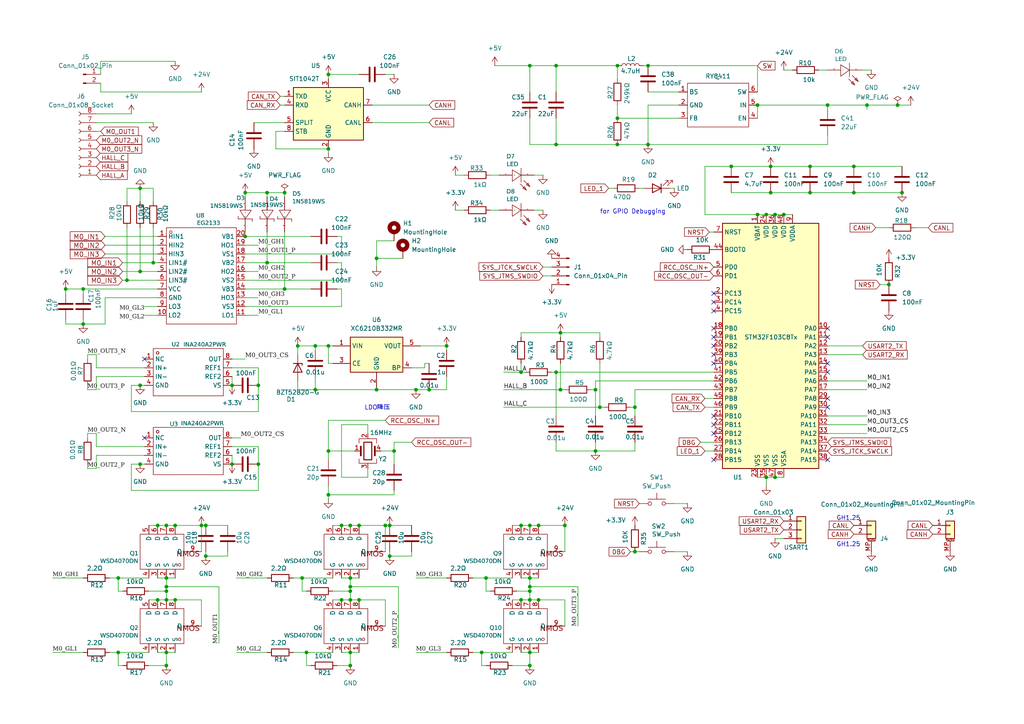
<source format=kicad_sch>
(kicad_sch (version 20231120) (generator "eeschema") (generator_version "8.0")
  (paper "A4")
  (title_block (title "Dribbler FOC Driver") (date "2025-03-30") (rev "1.0.3") (company "First Order SSL 25") (comment 1 "Designed by Jonas Z."))
  (lib_symbols
    (symbol "+3.3V_1" (power) (pin_numbers hide) (pin_names (offset 0) hide)
      (property "Value" "+3.3V" (at 0 3.556 0))
      (symbol "+3.3V_1_1_1"
        (pin power_in line (at 0 0 90) (length 0) (name "~") (number "1"))
      )
    )
    (symbol "+3.3V_2" (power) (pin_numbers hide) (pin_names (offset 0) hide)
      (property "Value" "+3.3V" (at 0 3.556 0))
      (symbol "+3.3V_2_1_1"
        (pin power_in line (at 0 0 90) (length 0) (name "~") (number "1"))
      )
    )
    (symbol "+3.3V_3" (power) (pin_numbers hide) (pin_names (offset 0) hide)
      (property "Value" "+3.3V" (at 0 3.556 0))
      (symbol "+3.3V_3_1_1"
        (pin power_in line (at 0 0 90) (length 0) (name "~") (number "1"))
      )
    )
    (symbol "+3.3V_4" (power) (pin_numbers hide) (pin_names (offset 0) hide)
      (property "Value" "+3.3V" (at 0 3.556 0))
      (symbol "+3.3V_4_1_1"
        (pin power_in line (at 0 0 90) (length 0) (name "~") (number "1"))
      )
    )
    (symbol "+3.3V_6" (power) (pin_numbers hide) (pin_names (offset 0) hide)
      (property "Value" "+3.3V" (at 0 3.556 0))
      (symbol "+3.3V_6_1_1"
        (pin power_in line (at 0 0 90) (length 0) (name "~") (number "1"))
      )
    )
    (symbol "+3.3V_7" (power) (pin_numbers hide) (pin_names (offset 0) hide)
      (property "Value" "+3.3V" (at 0 3.556 0))
      (symbol "+3.3V_7_1_1"
        (pin power_in line (at 0 0 90) (length 0) (name "~") (number "1"))
      )
    )
    (symbol "+3.3V_8" (power) (pin_numbers hide) (pin_names (offset 0) hide)
      (property "Value" "+3.3V" (at 0 3.556 0))
      (symbol "+3.3V_8_1_1"
        (pin power_in line (at 0 0 90) (length 0) (name "~") (number "1"))
      )
    )
    (symbol "Connector:Conn_01x02_Pin" (pin_names (offset 1.016) hide)
      (property "Reference" "J" (at 0 2.54 0))
      (property "Value" "Conn_01x02_Pin" (at 0 -5.08 0))
      (symbol "Conn_01x02_Pin_1_1"
        (pin passive line (at 5.08 0 180) (length 3.81) (name "Pin_1") (number "1"))
        (pin passive line (at 5.08 -2.54 180) (length 3.81) (name "Pin_2") (number "2"))
      )
    )
    (symbol "Connector:Conn_01x04_Pin" (pin_names (offset 1.016) hide)
      (property "Reference" "J" (at 0 5.08 0))
      (property "Value" "Conn_01x04_Pin" (at 0 -7.62 0))
      (symbol "Conn_01x04_Pin_1_1"
        (pin passive line (at 5.08 2.54 180) (length 3.81) (name "Pin_1") (number "1"))
        (pin passive line (at 5.08 0 180) (length 3.81) (name "Pin_2") (number "2"))
        (pin passive line (at 5.08 -2.54 180) (length 3.81) (name "Pin_3") (number "3"))
        (pin passive line (at 5.08 -5.08 180) (length 3.81) (name "Pin_4") (number "4"))
      )
    )
    (symbol "Connector:Conn_01x08_Socket" (pin_names (offset 1.016) hide)
      (property "Reference" "J" (at 0 10.16 0))
      (property "Value" "Conn_01x08_Socket" (at 0 -12.7 0))
      (symbol "Conn_01x08_Socket_1_1"
        (pin passive line (at -5.08 7.62 0) (length 3.81) (name "Pin_1") (number "1"))
        (pin passive line (at -5.08 5.08 0) (length 3.81) (name "Pin_2") (number "2"))
        (pin passive line (at -5.08 2.54 0) (length 3.81) (name "Pin_3") (number "3"))
        (pin passive line (at -5.08 0 0) (length 3.81) (name "Pin_4") (number "4"))
        (pin passive line (at -5.08 -2.54 0) (length 3.81) (name "Pin_5") (number "5"))
        (pin passive line (at -5.08 -5.08 0) (length 3.81) (name "Pin_6") (number "6"))
        (pin passive line (at -5.08 -7.62 0) (length 3.81) (name "Pin_7") (number "7"))
        (pin passive line (at -5.08 -10.16 0) (length 3.81) (name "Pin_8") (number "8"))
      )
    )
    (symbol "Connector_Generic:Conn_01x03" (pin_names (offset 1.016) hide)
      (property "Reference" "J" (at 0 5.08 0))
      (property "Value" "Conn_01x03" (at 0 -5.08 0))
      (symbol "Conn_01x03_1_1"
        (pin passive line (at -5.08 2.54 0) (length 3.81) (name "Pin_1") (number "1"))
        (pin passive line (at -5.08 0 0) (length 3.81) (name "Pin_2") (number "2"))
        (pin passive line (at -5.08 -2.54 0) (length 3.81) (name "Pin_3") (number "3"))
      )
    )
    (symbol "Connector_Generic_MountingPin:Conn_01x02_MountingPin" (pin_names (offset 1.016) hide)
      (property "Reference" "J" (at 0 2.54 0))
      (property "Value" "Conn_01x02_MountingPin" (at 1.27 -5.08 0))
      (symbol "Conn_01x02_MountingPin_1_1"
        (text "Mounting" (at 0 -4.191 0) (effects (font (size 0.381 0.381))))
        (pin passive line (at -5.08 0 0) (length 3.81) (name "Pin_1") (number "1"))
        (pin passive line (at -5.08 -2.54 0) (length 3.81) (name "Pin_2") (number "2"))
        (pin passive line (at 0 -7.62 90) (length 3.048) (name "MountPin") (number "MP"))
      )
    )
    (symbol "Converter_DCDC:RY8411"
      (property "Reference" "RY8411" (at 0.254 8.128 0))
      (symbol "RY8411_1_1"
        (pin input line (at -11.43 3.81 0) (length 2.54) (name "BS") (number "1"))
        (pin input line (at -11.43 0 0) (length 2.54) (name "GND") (number "2"))
        (pin output line (at -11.43 -3.81 0) (length 2.54) (name "FB") (number "3"))
        (pin input line (at 11.43 -3.81 180) (length 2.54) (name "EN") (number "4"))
        (pin input line (at 11.43 0 180) (length 2.54) (name "IN") (number "5"))
        (pin output line (at 11.43 3.81 180) (length 2.54) (name "SW") (number "6"))
      )
    )
    (symbol "Device:C" (pin_numbers hide) (pin_names (offset 0.254))
      (property "Reference" "C" (at 0.635 2.54 0))
      (property "Value" "C" (at 0.635 -2.54 0))
      (symbol "C_1_1"
        (pin passive line (at 0 3.81 270) (length 2.794) (name "~") (number "1"))
        (pin passive line (at 0 -3.81 90) (length 2.794) (name "~") (number "2"))
      )
    )
    (symbol "Device:Crystal_GND23" (pin_names (offset 1.016) hide)
      (property "Reference" "Y" (at 3.175 5.08 0))
      (property "Value" "Crystal_GND23" (at 3.175 3.175 0))
      (symbol "Crystal_GND23_1_1"
        (pin passive line (at -3.81 0 0) (length 1.27) (name "1") (number "1"))
        (pin passive line (at 0 5.08 270) (length 1.27) (name "2") (number "2"))
        (pin passive line (at 0 -5.08 90) (length 1.27) (name "3") (number "3"))
        (pin passive line (at 3.81 0 180) (length 1.27) (name "4") (number "4"))
      )
    )
    (symbol "Device:L" (pin_numbers hide) (pin_names (offset 1.016) hide)
      (property "Reference" "L" (at -1.27 0 90))
      (property "Value" "L" (at 1.905 0 90))
      (symbol "L_1_1"
        (pin passive line (at 0 3.81 270) (length 1.27) (name "1") (number "1"))
        (pin passive line (at 0 -3.81 90) (length 1.27) (name "2") (number "2"))
      )
    )
    (symbol "Device:LED" (pin_numbers hide) (pin_names (offset 1.016) hide)
      (property "Reference" "D" (at 0 2.54 0))
      (property "Value" "LED" (at 0 -2.54 0))
      (symbol "LED_1_1"
        (pin passive line (at -3.81 0 0) (length 2.54) (name "K") (number "1"))
        (pin passive line (at 3.81 0 180) (length 2.54) (name "A") (number "2"))
      )
    )
    (symbol "Device:R" (pin_numbers hide) (pin_names (offset 0))
      (property "Reference" "R" (at 2.032 0 90))
      (property "Value" "R" (at 0 0 90))
      (symbol "R_1_1"
        (pin passive line (at 0 3.81 270) (length 1.27) (name "~") (number "1"))
        (pin passive line (at 0 -3.81 90) (length 1.27) (name "~") (number "2"))
      )
    )
    (symbol "Diode:BZT52Bxx" (pin_numbers hide) (pin_names hide)
      (property "Reference" "D" (at 0 2.54 0))
      (property "Value" "BZT52Bxx" (at 0 -2.54 0))
      (symbol "BZT52Bxx_1_1"
        (pin passive line (at -3.81 0 0) (length 2.54) (name "K") (number "1"))
        (pin passive line (at 3.81 0 180) (length 2.54) (name "A") (number "2"))
      )
    )
    (symbol "GND_1" (power) (pin_numbers hide) (pin_names (offset 0) hide)
      (property "Value" "GND" (at 0 -3.81 0))
      (symbol "GND_1_1_1"
        (pin power_in line (at 0 0 270) (length 0) (name "~") (number "1"))
      )
    )
    (symbol "GND_10" (power) (pin_numbers hide) (pin_names (offset 0) hide)
      (property "Value" "GND" (at 0 -3.81 0))
      (symbol "GND_10_1_1"
        (pin power_in line (at 0 0 270) (length 0) (name "~") (number "1"))
      )
    )
    (symbol "GND_11" (power) (pin_numbers hide) (pin_names (offset 0) hide)
      (property "Value" "GND" (at 0 -3.81 0))
      (symbol "GND_11_1_1"
        (pin power_in line (at 0 0 270) (length 0) (name "~") (number "1"))
      )
    )
    (symbol "GND_12" (power) (pin_numbers hide) (pin_names (offset 0) hide)
      (property "Value" "GND" (at 0 -3.81 0))
      (symbol "GND_12_1_1"
        (pin power_in line (at 0 0 270) (length 0) (name "~") (number "1"))
      )
    )
    (symbol "GND_13" (power) (pin_numbers hide) (pin_names (offset 0) hide)
      (property "Value" "GND" (at 0 -3.81 0))
      (symbol "GND_13_1_1"
        (pin power_in line (at 0 0 270) (length 0) (name "~") (number "1"))
      )
    )
    (symbol "GND_14" (power) (pin_numbers hide) (pin_names (offset 0) hide)
      (property "Value" "GND" (at 0 -3.81 0))
      (symbol "GND_14_1_1"
        (pin power_in line (at 0 0 270) (length 0) (name "~") (number "1"))
      )
    )
    (symbol "GND_15" (power) (pin_numbers hide) (pin_names (offset 0) hide)
      (property "Value" "GND" (at 0 -3.81 0))
      (symbol "GND_15_1_1"
        (pin power_in line (at 0 0 270) (length 0) (name "~") (number "1"))
      )
    )
    (symbol "GND_16" (power) (pin_numbers hide) (pin_names (offset 0) hide)
      (property "Value" "GND" (at 0 -3.81 0))
      (symbol "GND_16_1_1"
        (pin power_in line (at 0 0 270) (length 0) (name "~") (number "1"))
      )
    )
    (symbol "GND_17" (power) (pin_numbers hide) (pin_names (offset 0) hide)
      (property "Value" "GND" (at 0 -3.81 0))
      (symbol "GND_17_1_1"
        (pin power_in line (at 0 0 270) (length 0) (name "~") (number "1"))
      )
    )
    (symbol "GND_18" (power) (pin_numbers hide) (pin_names (offset 0) hide)
      (property "Value" "GND" (at 0 -3.81 0))
      (symbol "GND_18_1_1"
        (pin power_in line (at 0 0 270) (length 0) (name "~") (number "1"))
      )
    )
    (symbol "GND_19" (power) (pin_numbers hide) (pin_names (offset 0) hide)
      (property "Value" "GND" (at 0 -3.81 0))
      (symbol "GND_19_1_1"
        (pin power_in line (at 0 0 270) (length 0) (name "~") (number "1"))
      )
    )
    (symbol "GND_2" (power) (pin_numbers hide) (pin_names (offset 0) hide)
      (property "Value" "GND" (at 0 -3.81 0))
      (symbol "GND_2_1_1"
        (pin power_in line (at 0 0 270) (length 0) (name "~") (number "1"))
      )
    )
    (symbol "GND_20" (power) (pin_numbers hide) (pin_names (offset 0) hide)
      (property "Value" "GND" (at 0 -3.81 0))
      (symbol "GND_20_1_1"
        (pin power_in line (at 0 0 270) (length 0) (name "~") (number "1"))
      )
    )
    (symbol "GND_22" (power) (pin_numbers hide) (pin_names (offset 0) hide)
      (property "Value" "GND" (at 0 -3.81 0))
      (symbol "GND_22_1_1"
        (pin power_in line (at 0 0 270) (length 0) (name "~") (number "1"))
      )
    )
    (symbol "GND_23" (power) (pin_numbers hide) (pin_names (offset 0) hide)
      (property "Value" "GND" (at 0 -3.81 0))
      (symbol "GND_23_1_1"
        (pin power_in line (at 0 0 270) (length 0) (name "~") (number "1"))
      )
    )
    (symbol "GND_24" (power) (pin_numbers hide) (pin_names (offset 0) hide)
      (property "Value" "GND" (at 0 -3.81 0))
      (symbol "GND_24_1_1"
        (pin power_in line (at 0 0 270) (length 0) (name "~") (number "1"))
      )
    )
    (symbol "GND_25" (power) (pin_numbers hide) (pin_names (offset 0) hide)
      (property "Value" "GND" (at 0 -3.81 0))
      (symbol "GND_25_1_1"
        (pin power_in line (at 0 0 270) (length 0) (name "~") (number "1"))
      )
    )
    (symbol "GND_26" (power) (pin_numbers hide) (pin_names (offset 0) hide)
      (property "Value" "GND" (at 0 -3.81 0))
      (symbol "GND_26_1_1"
        (pin power_in line (at 0 0 270) (length 0) (name "~") (number "1"))
      )
    )
    (symbol "GND_27" (power) (pin_numbers hide) (pin_names (offset 0) hide)
      (property "Value" "GND" (at 0 -3.81 0))
      (symbol "GND_27_1_1"
        (pin power_in line (at 0 0 270) (length 0) (name "~") (number "1"))
      )
    )
    (symbol "GND_28" (power) (pin_numbers hide) (pin_names (offset 0) hide)
      (property "Value" "GND" (at 0 -3.81 0))
      (symbol "GND_28_1_1"
        (pin power_in line (at 0 0 270) (length 0) (name "~") (number "1"))
      )
    )
    (symbol "GND_29" (power) (pin_numbers hide) (pin_names (offset 0) hide)
      (property "Value" "GND" (at 0 -3.81 0))
      (symbol "GND_29_1_1"
        (pin power_in line (at 0 0 270) (length 0) (name "~") (number "1"))
      )
    )
    (symbol "GND_3" (power) (pin_numbers hide) (pin_names (offset 0) hide)
      (property "Value" "GND" (at 0 -3.81 0))
      (symbol "GND_3_1_1"
        (pin power_in line (at 0 0 270) (length 0) (name "~") (number "1"))
      )
    )
    (symbol "GND_30" (power) (pin_numbers hide) (pin_names (offset 0) hide)
      (property "Value" "GND" (at 0 -3.81 0))
      (symbol "GND_30_1_1"
        (pin power_in line (at 0 0 270) (length 0) (name "~") (number "1"))
      )
    )
    (symbol "GND_4" (power) (pin_numbers hide) (pin_names (offset 0) hide)
      (property "Value" "GND" (at 0 -3.81 0))
      (symbol "GND_4_1_1"
        (pin power_in line (at 0 0 270) (length 0) (name "~") (number "1"))
      )
    )
    (symbol "GND_6" (power) (pin_numbers hide) (pin_names (offset 0) hide)
      (property "Value" "GND" (at 0 -3.81 0))
      (symbol "GND_6_1_1"
        (pin power_in line (at 0 0 270) (length 0) (name "~") (number "1"))
      )
    )
    (symbol "GND_7" (power) (pin_numbers hide) (pin_names (offset 0) hide)
      (property "Value" "GND" (at 0 -3.81 0))
      (symbol "GND_7_1_1"
        (pin power_in line (at 0 0 270) (length 0) (name "~") (number "1"))
      )
    )
    (symbol "GND_8" (power) (pin_numbers hide) (pin_names (offset 0) hide)
      (property "Value" "GND" (at 0 -3.81 0))
      (symbol "GND_8_1_1"
        (pin power_in line (at 0 0 270) (length 0) (name "~") (number "1"))
      )
    )
    (symbol "GND_9" (power) (pin_numbers hide) (pin_names (offset 0) hide)
      (property "Value" "GND" (at 0 -3.81 0))
      (symbol "GND_9_1_1"
        (pin power_in line (at 0 0 270) (length 0) (name "~") (number "1"))
      )
    )
    (symbol "Interface_CAN_LIN:TCAN334"
      (property "Reference" "U4" (at -5.08 13.97 0))
      (property "Value" "SIT3051ESA" (at -13.97 11.43 0))
      (symbol "TCAN334_1_1"
        (pin input line (at -12.7 5.08 0) (length 2.54) (name "TXD") (number "1"))
        (pin power_in line (at 0 -10.16 90) (length 2.54) (name "GND") (number "2"))
        (pin power_in line (at 0 10.16 270) (length 2.54) (name "VCC") (number "3"))
        (pin tri_state line (at -12.7 2.54 0) (length 2.54) (name "RXD") (number "4"))
        (pin input line (at -12.7 -2.54 0) (length 2.54) (name "SPLIT") (number "5"))
        (pin bidirectional line (at 12.7 -2.54 180) (length 2.54) (name "CANL") (number "6"))
        (pin bidirectional line (at 12.7 2.54 180) (length 2.54) (name "CANH") (number "7"))
        (pin input line (at -12.7 -5.08 0) (length 2.54) (name "STB") (number "8"))
      )
    )
    (symbol "MCU_ST_STM32F1:STM32F103C8Tx"
      (property "Reference" "U" (at -15.24 36.83 0))
      (property "Value" "STM32F103C8Tx" (at 7.62 36.83 0))
      (symbol "STM32F103C8Tx_1_1"
        (pin power_in line (at -5.08 38.1 270) (length 2.54) (name "VBAT") (number "1"))
        (pin bidirectional line (at 15.24 5.08 180) (length 2.54) (name "PA0") (number "10"))
        (pin bidirectional line (at 15.24 2.54 180) (length 2.54) (name "PA1") (number "11"))
        (pin bidirectional line (at 15.24 0 180) (length 2.54) (name "PA2") (number "12"))
        (pin bidirectional line (at 15.24 -2.54 180) (length 2.54) (name "PA3") (number "13"))
        (pin bidirectional line (at 15.24 -5.08 180) (length 2.54) (name "PA4") (number "14"))
        (pin bidirectional line (at 15.24 -7.62 180) (length 2.54) (name "PA5") (number "15"))
        (pin bidirectional line (at 15.24 -10.16 180) (length 2.54) (name "PA6") (number "16"))
        (pin bidirectional line (at 15.24 -12.7 180) (length 2.54) (name "PA7") (number "17"))
        (pin bidirectional line (at -17.78 5.08 0) (length 2.54) (name "PB0") (number "18"))
        (pin bidirectional line (at -17.78 2.54 0) (length 2.54) (name "PB1") (number "19"))
        (pin bidirectional line (at -17.78 15.24 0) (length 2.54) (name "PC13") (number "2"))
        (pin bidirectional line (at -17.78 0 0) (length 2.54) (name "PB2") (number "20"))
        (pin bidirectional line (at -17.78 -20.32 0) (length 2.54) (name "PB10") (number "21"))
        (pin bidirectional line (at -17.78 -22.86 0) (length 2.54) (name "PB11") (number "22"))
        (pin power_in line (at -5.08 -38.1 90) (length 2.54) (name "VSS") (number "23"))
        (pin power_in line (at -2.54 38.1 270) (length 2.54) (name "VDD") (number "24"))
        (pin bidirectional line (at -17.78 -25.4 0) (length 2.54) (name "PB12") (number "25"))
        (pin bidirectional line (at -17.78 -27.94 0) (length 2.54) (name "PB13") (number "26"))
        (pin bidirectional line (at -17.78 -30.48 0) (length 2.54) (name "PB14") (number "27"))
        (pin bidirectional line (at -17.78 -33.02 0) (length 2.54) (name "PB15") (number "28"))
        (pin bidirectional line (at 15.24 -15.24 180) (length 2.54) (name "PA8") (number "29"))
        (pin bidirectional line (at -17.78 12.7 0) (length 2.54) (name "PC14") (number "3"))
        (pin bidirectional line (at 15.24 -17.78 180) (length 2.54) (name "PA9") (number "30"))
        (pin bidirectional line (at 15.24 -20.32 180) (length 2.54) (name "PA10") (number "31"))
        (pin bidirectional line (at 15.24 -22.86 180) (length 2.54) (name "PA11") (number "32"))
        (pin bidirectional line (at 15.24 -25.4 180) (length 2.54) (name "PA12") (number "33"))
        (pin bidirectional line (at 15.24 -27.94 180) (length 2.54) (name "PA13") (number "34"))
        (pin power_in line (at -2.54 -38.1 90) (length 2.54) (name "VSS") (number "35"))
        (pin power_in line (at 0 38.1 270) (length 2.54) (name "VDD") (number "36"))
        (pin bidirectional line (at 15.24 -30.48 180) (length 2.54) (name "PA14") (number "37"))
        (pin bidirectional line (at 15.24 -33.02 180) (length 2.54) (name "PA15") (number "38"))
        (pin bidirectional line (at -17.78 -2.54 0) (length 2.54) (name "PB3") (number "39"))
        (pin bidirectional line (at -17.78 10.16 0) (length 2.54) (name "PC15") (number "4"))
        (pin bidirectional line (at -17.78 -5.08 0) (length 2.54) (name "PB4") (number "40"))
        (pin bidirectional line (at -17.78 -7.62 0) (length 2.54) (name "PB5") (number "41"))
        (pin bidirectional line (at -17.78 -10.16 0) (length 2.54) (name "PB6") (number "42"))
        (pin bidirectional line (at -17.78 -12.7 0) (length 2.54) (name "PB7") (number "43"))
        (pin input line (at -17.78 27.94 0) (length 2.54) (name "BOOT0") (number "44"))
        (pin bidirectional line (at -17.78 -15.24 0) (length 2.54) (name "PB8") (number "45"))
        (pin bidirectional line (at -17.78 -17.78 0) (length 2.54) (name "PB9") (number "46"))
        (pin power_in line (at 0 -38.1 90) (length 2.54) (name "VSS") (number "47"))
        (pin power_in line (at 2.54 38.1 270) (length 2.54) (name "VDD") (number "48"))
        (pin input line (at -17.78 22.86 0) (length 2.54) (name "PD0") (number "5"))
        (pin input line (at -17.78 20.32 0) (length 2.54) (name "PD1") (number "6"))
        (pin input line (at -17.78 33.02 0) (length 2.54) (name "NRST") (number "7"))
        (pin power_in line (at 2.54 -38.1 90) (length 2.54) (name "VSSA") (number "8"))
        (pin power_in line (at 5.08 38.1 270) (length 2.54) (name "VDDA") (number "9"))
      )
    )
    (symbol "Mechanical:MountingHole_Pad" (pin_numbers hide) (pin_names (offset 1.016) hide) (exclude_from_sim yes) (in_bom no)
      (property "Reference" "H" (at 0 6.35 0))
      (property "Value" "MountingHole_Pad" (at 0 4.445 0))
      (symbol "MountingHole_Pad_1_1"
        (pin input line (at 0 -2.54 90) (length 2.54) (name "1") (number "1"))
      )
    )
    (symbol "Regulator_Linear:XC6210B332MR"
      (property "Reference" "U6" (at 0 10.16 0))
      (property "Value" "XC6210B332MR" (at 0 7.62 0))
      (symbol "XC6210B332MR_1_1"
        (pin power_in line (at -12.7 2.54 0) (length 5.08) (name "VIN") (number "1"))
        (pin power_in line (at 0 -10.16 90) (length 5.08) (name "GND") (number "2"))
        (pin input line (at -12.7 -2.54 0) (length 5.08) (name "CE") (number "3"))
        (pin input line (at 10.16 -3.81 180) (length 2.54) (name "BP") (number "4"))
        (pin power_out line (at 12.7 2.54 180) (length 5.08) (name "VOUT") (number "5"))
      )
    )
    (symbol "SCH_DengFO-easyedapro:17-21SUYC/TR8"
      (property "Reference" "LED" (at 0 0 0))
      (symbol "17-21SUYC/TR8_1_0"
        (pin input line (at -5.08 0 0) (length 3.81) (name "-") (number "1"))
        (pin input line (at 5.08 0 180) (length 3.81) (name "+") (number "2"))
      )
    )
    (symbol "SCH_DengFO-easyedapro:1N5819WS"
      (property "Reference" "D" (at 0 0 0))
      (symbol "1N5819WS_1_0"
        (pin input line (at -5.08 0 0) (length 3.81) (name "C") (number "1"))
        (pin input line (at 5.08 0 180) (length 3.81) (name "A") (number "2"))
      )
    )
    (symbol "SCH_DengFO-easyedapro:EG2133"
      (property "Reference" "U" (at 0 0 0))
      (symbol "EG2133_1_0"
        (pin input line (at -12.7 11.43 0) (length 2.54) (name "HIN1") (number "1"))
        (pin input line (at -12.7 -11.43 0) (length 2.54) (name "LO2") (number "10"))
        (pin input line (at 12.7 -11.43 180) (length 2.54) (name "LO1") (number "11"))
        (pin input line (at 12.7 -8.89 180) (length 2.54) (name "VS3") (number "12"))
        (pin input line (at 12.7 -6.35 180) (length 2.54) (name "HO3") (number "13"))
        (pin input line (at 12.7 -3.81 180) (length 2.54) (name "VB3") (number "14"))
        (pin input line (at 12.7 -1.27 180) (length 2.54) (name "VS2") (number "15"))
        (pin input line (at 12.7 1.27 180) (length 2.54) (name "HO2") (number "16"))
        (pin input line (at 12.7 3.81 180) (length 2.54) (name "VB2") (number "17"))
        (pin input line (at 12.7 6.35 180) (length 2.54) (name "VS1") (number "18"))
        (pin input line (at 12.7 8.89 180) (length 2.54) (name "HO1") (number "19"))
        (pin input line (at -12.7 8.89 0) (length 2.54) (name "HIN2") (number "2"))
        (pin input line (at 12.7 11.43 180) (length 2.54) (name "VB1") (number "20"))
        (pin input line (at -12.7 6.35 0) (length 2.54) (name "HIN3") (number "3"))
        (pin input line (at -12.7 3.81 0) (length 2.54) (name "LIN1#") (number "4"))
        (pin input line (at -12.7 1.27 0) (length 2.54) (name "LIN2#") (number "5"))
        (pin input line (at -12.7 -1.27 0) (length 2.54) (name "LIN3#") (number "6"))
        (pin input line (at -12.7 -3.81 0) (length 2.54) (name "VCC") (number "7"))
        (pin input line (at -12.7 -6.35 0) (length 2.54) (name "GND") (number "8"))
        (pin input line (at -12.7 -8.89 0) (length 2.54) (name "LO3") (number "9"))
      )
    )
    (symbol "SCH_DengFO-easyedapro:INA240A2PWR"
      (property "Reference" "U" (at 0 0 0))
      (symbol "INA240A2PWR_1_0"
        (pin input line (at -12.7 3.81 0) (length 2.54) (name "NC") (number "1"))
        (pin input line (at -12.7 1.27 0) (length 2.54) (name "IN+") (number "2"))
        (pin input line (at -12.7 -1.27 0) (length 2.54) (name "IN-") (number "3"))
        (pin input line (at -12.7 -3.81 0) (length 2.54) (name "GND") (number "4"))
        (pin input line (at 12.7 -3.81 180) (length 2.54) (name "VS") (number "5"))
        (pin input line (at 12.7 -1.27 180) (length 2.54) (name "REF2") (number "6"))
        (pin input line (at 12.7 1.27 180) (length 2.54) (name "REF1") (number "7"))
        (pin input line (at 12.7 3.81 180) (length 2.54) (name "OUT") (number "8"))
      )
    )
    (symbol "SCH_DengFO-easyedapro:WSD4070DN"
      (property "Reference" "Q" (at 0 0 0))
      (symbol "WSD4070DN_1_0"
        (text "NMOS" (at -1.6256 -2.9718 2700) (effects (font (size 1.5748 1.5748)) (justify right bottom)))
        (pin input line (at -7.62 -2.54 0) (length 2.54) (name "S") (number "1"))
        (pin input line (at -7.62 0 0) (length 2.54) (name "S") (number "2"))
        (pin input line (at -7.62 2.54 0) (length 2.54) (name "S") (number "3"))
        (pin input line (at -7.62 5.08 0) (length 2.54) (name "G") (number "4"))
        (pin input line (at 7.62 5.08 180) (length 2.54) (name "D") (number "5"))
        (pin input line (at 7.62 2.54 180) (length 2.54) (name "D") (number "6"))
        (pin input line (at 7.62 0 180) (length 2.54) (name "D") (number "7"))
        (pin input line (at 7.62 -2.54 180) (length 2.54) (name "D") (number "8"))
        (pin input line (at 0 -10.16 90) (length 5.08) (name "D") (number "9"))
      )
    )
    (symbol "Switch:SW_Push" (pin_numbers hide) (pin_names (offset 1.016) hide)
      (property "Reference" "SW" (at 1.27 2.54 0))
      (property "Value" "SW_Push" (at 0 -1.524 0))
      (symbol "SW_Push_0_1"
        (pin passive line (at -5.08 0 0) (length 2.54) (name "1") (number "1"))
        (pin passive line (at 5.08 0 180) (length 2.54) (name "2") (number "2"))
      )
    )
    (symbol "power:+24V" (power) (pin_numbers hide) (pin_names (offset 0) hide)
      (property "Value" "+24V" (at 0 3.556 0))
      (symbol "+24V_1_1"
        (pin power_in line (at 0 0 90) (length 0) (name "~") (number "1"))
      )
    )
    (symbol "power:+5V" (power) (pin_numbers hide) (pin_names (offset 0) hide)
      (property "Value" "+5V" (at 0 3.556 0))
      (symbol "+5V_1_1"
        (pin power_in line (at 0 0 90) (length 0) (name "~") (number "1"))
      )
    )
    (symbol "power:GND" (power) (pin_numbers hide) (pin_names (offset 0) hide)
      (property "Value" "GND" (at 0 -3.81 0))
      (symbol "GND_1_1"
        (pin power_in line (at 0 0 270) (length 0) (name "~") (number "1"))
      )
    )
    (symbol "power:PWR_FLAG" (power) (pin_numbers hide) (pin_names (offset 0) hide)
      (property "Value" "PWR_FLAG" (at 0 3.81 0))
      (symbol "PWR_FLAG_0_0"
        (pin power_out line (at 0 0 90) (length 0) (name "~") (number "1"))
      )
    )
  )
  (junction (at 219.71 30.48))
  (junction (at 153.67 193.04))
  (junction (at 219.71 62.23))
  (junction (at 179.07 41.91))
  (junction (at 179.07 34.29))
  (junction (at 172.72 130.81))
  (junction (at 224.79 62.23))
  (junction (at 153.67 152.4))
  (junction (at 48.26 171.45))
  (junction (at 91.44 100.33))
  (junction (at 153.67 19.05))
  (junction (at 163.83 152.4))
  (junction (at 261.62 55.88))
  (junction (at 104.14 152.4))
  (junction (at 34.29 189.23))
  (junction (at 48.26 170.18))
  (junction (at 153.67 170.18))
  (junction (at 173.99 118.11))
  (junction (at 95.25 143.51))
  (junction (at 45.72 152.4))
  (junction (at 48.26 152.4))
  (junction (at 184.15 160.02))
  (junction (at 44.45 76.2))
  (junction (at 101.6 189.23))
  (junction (at 139.7 189.23))
  (junction (at 48.26 193.04))
  (junction (at 113.03 161.29))
  (junction (at 227.33 62.23))
  (junction (at 95.25 21.59))
  (junction (at 40.64 54.61))
  (junction (at 74.93 111.76))
  (junction (at 86.36 100.33))
  (junction (at 179.07 19.05))
  (junction (at 104.14 173.99))
  (junction (at 95.25 100.33))
  (junction (at 82.55 83.82))
  (junction (at 58.42 152.4))
  (junction (at 223.52 55.88))
  (junction (at 161.29 19.05))
  (junction (at 67.31 134.62))
  (junction (at 234.95 55.88))
  (junction (at 50.8 173.99))
  (junction (at 247.65 55.88))
  (junction (at 34.29 167.64))
  (junction (at 162.56 113.03))
  (junction (at 156.21 152.4))
  (junction (at 172.72 113.03))
  (junction (at 129.54 100.33))
  (junction (at 88.9 189.23))
  (junction (at 114.3 130.81))
  (junction (at 59.69 161.29))
  (junction (at 50.8 152.4))
  (junction (at 124.46 113.03))
  (junction (at 99.06 173.99))
  (junction (at 247.65 48.26))
  (junction (at 120.65 113.03))
  (junction (at 187.96 41.91))
  (junction (at 48.26 189.23))
  (junction (at 45.72 173.99))
  (junction (at 234.95 48.26))
  (junction (at 161.29 41.91))
  (junction (at 240.03 30.48))
  (junction (at 222.25 62.23))
  (junction (at 151.13 107.95))
  (junction (at 187.96 19.05))
  (junction (at 101.6 173.99))
  (junction (at 91.44 113.03))
  (junction (at 153.67 171.45))
  (junction (at 151.13 152.4))
  (junction (at 99.06 152.4))
  (junction (at 74.93 134.62))
  (junction (at 77.47 55.88))
  (junction (at 40.64 111.76))
  (junction (at 48.26 173.99))
  (junction (at 59.69 152.4))
  (junction (at 95.25 130.81))
  (junction (at 109.22 74.93))
  (junction (at 71.12 55.88))
  (junction (at 153.67 189.23))
  (junction (at 224.79 138.43))
  (junction (at 87.63 167.64))
  (junction (at 40.64 134.62))
  (junction (at 151.13 173.99))
  (junction (at 153.67 173.99))
  (junction (at 140.97 167.64))
  (junction (at 82.55 55.88))
  (junction (at 161.29 107.95))
  (junction (at 101.6 167.64))
  (junction (at 101.6 171.45))
  (junction (at 223.52 48.26))
  (junction (at 156.21 173.99))
  (junction (at 109.22 113.03))
  (junction (at 113.03 152.4))
  (junction (at 101.6 170.18))
  (junction (at 257.81 82.55))
  (junction (at 40.64 78.74))
  (junction (at 222.25 138.43))
  (junction (at 184.15 118.11))
  (junction (at 19.05 83.82))
  (junction (at 24.13 83.82))
  (junction (at 77.47 76.2))
  (junction (at 48.26 167.64))
  (junction (at 101.6 193.04))
  (junction (at 36.83 81.28))
  (junction (at 260.35 30.48))
  (junction (at 251.46 30.48))
  (junction (at 212.09 48.26))
  (junction (at 153.67 167.64))
  (junction (at 162.56 96.52))
  (junction (at 67.31 111.76))
  (junction (at 71.12 68.58))
  (junction (at 101.6 152.4))
  (junction (at 24.13 93.98))
  (junction (at 95.25 43.18))
  (junction (at 111.76 152.4))
  (no_connect (at 240.03 97.79))
  (no_connect (at 240.03 133.35))
  (no_connect (at 41.91 127))
  (no_connect (at 207.01 105.41))
  (no_connect (at 207.01 97.79))
  (no_connect (at 240.03 107.95))
  (no_connect (at 41.91 104.14))
  (no_connect (at 207.01 102.87))
  (no_connect (at 240.03 115.57))
  (no_connect (at 207.01 85.09))
  (no_connect (at 207.01 100.33))
  (no_connect (at 207.01 90.17))
  (no_connect (at 240.03 118.11))
  (no_connect (at 207.01 87.63))
  (no_connect (at 207.01 125.73))
  (no_connect (at 207.01 120.65))
  (no_connect (at 240.03 95.25))
  (no_connect (at 207.01 133.35))
  (no_connect (at 207.01 123.19))
  (no_connect (at 207.01 95.25))
  (no_connect (at 240.03 105.41))
  (wire (pts (xy 24.13 92.71) (xy 24.13 93.98)))
  (wire (pts (xy 179.07 22.86) (xy 179.07 19.05)))
  (wire (pts (xy 99.06 76.2) (xy 97.79 76.2)))
  (wire (pts (xy 153.67 171.45) (xy 153.67 173.99)))
  (wire (pts (xy 109.22 74.93) (xy 109.22 77.47)))
  (wire (pts (xy 172.72 128.27) (xy 172.72 130.81)))
  (wire (pts (xy 184.15 113.03) (xy 207.01 113.03)))
  (wire (pts (xy 151.13 96.52) (xy 162.56 96.52)))
  (wire (pts (xy 182.88 160.02) (xy 184.15 160.02)))
  (wire (pts (xy 99.06 173.99) (xy 96.52 173.99)))
  (wire (pts (xy 86.36 110.49) (xy 86.36 113.03)))
  (wire (pts (xy 156.21 173.99) (xy 163.83 173.99)))
  (wire (pts (xy 162.56 96.52) (xy 162.56 97.79)))
  (wire (pts (xy 153.67 170.18) (xy 153.67 167.64)))
  (wire (pts (xy 132.08 50.8) (xy 134.62 50.8)))
  (wire (pts (xy 35.56 81.28) (xy 36.83 81.28)))
  (wire (pts (xy 153.67 26.67) (xy 153.67 19.05)))
  (wire (pts (xy 87.63 171.45) (xy 88.9 171.45)))
  (wire (pts (xy 48.26 189.23) (xy 45.72 189.23)))
  (wire (pts (xy 19.05 85.09) (xy 19.05 83.82)))
  (wire (pts (xy 95.25 100.33) (xy 95.25 105.41)))
  (wire (pts (xy 68.58 189.23) (xy 77.47 189.23)))
  (wire (pts (xy 137.16 189.23) (xy 139.7 189.23)))
  (wire (pts (xy 205.74 67.31) (xy 207.01 67.31)))
  (wire (pts (xy 162.56 105.41) (xy 162.56 113.03)))
  (wire (pts (xy 120.65 113.03) (xy 124.46 113.03)))
  (wire (pts (xy 204.47 118.11) (xy 207.01 118.11)))
  (wire (pts (xy 95.25 130.81) (xy 95.25 133.35)))
  (wire (pts (xy 97.79 83.82) (xy 99.06 83.82)))
  (wire (pts (xy 111.76 121.92) (xy 95.25 121.92)))
  (wire (pts (xy 187.96 41.91) (xy 240.03 41.91)))
  (wire (pts (xy 187.96 30.48) (xy 187.96 41.91)))
  (wire (pts (xy 142.24 60.96) (xy 144.78 60.96)))
  (wire (pts (xy 146.05 107.95) (xy 151.13 107.95)))
  (wire (pts (xy 151.13 105.41) (xy 151.13 107.95)))
  (wire (pts (xy 66.04 161.29) (xy 66.04 160.02)))
  (wire (pts (xy 227.33 20.32) (xy 229.87 20.32)))
  (wire (pts (xy 38.1 134.62) (xy 38.1 142.24)))
  (wire (pts (xy 151.13 107.95) (xy 152.4 107.95)))
  (wire (pts (xy 240.03 120.65) (xy 251.46 120.65)))
  (wire (pts (xy 74.93 129.54) (xy 67.31 129.54)))
  (wire (pts (xy 106.68 123.19) (xy 99.06 123.19)))
  (wire (pts (xy 173.99 118.11) (xy 175.26 118.11)))
  (wire (pts (xy 160.02 77.47) (xy 157.48 77.47)))
  (wire (pts (xy 119.38 152.4) (xy 113.03 152.4)))
  (wire (pts (xy 43.18 171.45) (xy 48.26 171.45)))
  (wire (pts (xy 34.29 167.64) (xy 43.18 167.64)))
  (wire (pts (xy 40.64 111.76) (xy 41.91 111.76)))
  (wire (pts (xy 71.12 73.66) (xy 99.06 73.66)))
  (wire (pts (xy 38.1 33.02) (xy 27.94 33.02)))
  (wire (pts (xy 63.5 170.18) (xy 48.26 170.18)))
  (wire (pts (xy 240.03 113.03) (xy 251.46 113.03)))
  (wire (pts (xy 148.59 193.04) (xy 153.67 193.04)))
  (wire (pts (xy 82.55 55.88) (xy 77.47 55.88)))
  (wire (pts (xy 204.47 62.23) (xy 204.47 48.26)))
  (wire (pts (xy 15.24 189.23) (xy 24.13 189.23)))
  (wire (pts (xy 80.01 43.18) (xy 95.25 43.18)))
  (wire (pts (xy 109.22 74.93) (xy 116.84 74.93)))
  (wire (pts (xy 85.09 189.23) (xy 88.9 189.23)))
  (wire (pts (xy 29.21 24.13) (xy 29.21 26.67)))
  (wire (pts (xy 40.64 78.74) (xy 45.72 78.74)))
  (wire (pts (xy 101.6 167.64) (xy 101.6 170.18)))
  (wire (pts (xy 97.79 193.04) (xy 101.6 193.04)))
  (wire (pts (xy 251.46 30.48) (xy 260.35 30.48)))
  (wire (pts (xy 172.72 130.81) (xy 184.15 130.81)))
  (wire (pts (xy 172.72 113.03) (xy 171.45 113.03)))
  (wire (pts (xy 87.63 167.64) (xy 96.52 167.64)))
  (wire (pts (xy 154.94 50.8) (xy 157.48 50.8)))
  (wire (pts (xy 50.8 173.99) (xy 48.26 173.99)))
  (wire (pts (xy 44.45 76.2) (xy 45.72 76.2)))
  (wire (pts (xy 185.42 54.61) (xy 186.69 54.61)))
  (wire (pts (xy 176.53 54.61) (xy 177.8 54.61)))
  (wire (pts (xy 140.97 171.45) (xy 140.97 167.64)))
  (wire (pts (xy 161.29 107.95) (xy 207.01 107.95)))
  (wire (pts (xy 224.79 156.21) (xy 227.33 156.21)))
  (wire (pts (xy 50.8 152.4) (xy 48.26 152.4)))
  (wire (pts (xy 99.06 68.58) (xy 99.06 73.66)))
  (wire (pts (xy 59.69 152.4) (xy 58.42 152.4)))
  (wire (pts (xy 153.67 170.18) (xy 167.64 170.18)))
  (wire (pts (xy 91.44 109.22) (xy 91.44 113.03)))
  (wire (pts (xy 115.57 170.18) (xy 115.57 187.96)))
  (wire (pts (xy 90.17 83.82) (xy 82.55 83.82)))
  (wire (pts (xy 107.95 30.48) (xy 124.46 30.48)))
  (wire (pts (xy 172.72 110.49) (xy 172.72 113.03)))
  (wire (pts (xy 114.3 130.81) (xy 114.3 128.27)))
  (wire (pts (xy 25.4 113.03) (xy 27.94 113.03)))
  (wire (pts (xy 95.25 21.59) (xy 104.14 21.59)))
  (wire (pts (xy 74.93 106.68) (xy 67.31 106.68)))
  (wire (pts (xy 71.12 67.31) (xy 71.12 68.58)))
  (wire (pts (xy 186.69 19.05) (xy 187.96 19.05)))
  (wire (pts (xy 153.67 41.91) (xy 161.29 41.91)))
  (wire (pts (xy 30.48 68.58) (xy 45.72 68.58)))
  (wire (pts (xy 34.29 193.04) (xy 35.56 193.04)))
  (wire (pts (xy 204.47 130.81) (xy 207.01 130.81)))
  (wire (pts (xy 30.48 73.66) (xy 45.72 73.66)))
  (wire (pts (xy 160.02 107.95) (xy 161.29 107.95)))
  (wire (pts (xy 114.3 69.85) (xy 109.22 69.85)))
  (wire (pts (xy 219.71 26.67) (xy 219.71 19.05)))
  (wire (pts (xy 27.94 132.08) (xy 41.91 132.08)))
  (wire (pts (xy 25.4 125.73) (xy 27.94 125.73)))
  (wire (pts (xy 111.76 152.4) (xy 104.14 152.4)))
  (wire (pts (xy 69.85 127) (xy 67.31 127)))
  (wire (pts (xy 204.47 115.57) (xy 207.01 115.57)))
  (wire (pts (xy 25.4 102.87) (xy 25.4 104.14)))
  (wire (pts (xy 114.3 130.81) (xy 114.3 134.62)))
  (wire (pts (xy 77.47 55.88) (xy 71.12 55.88)))
  (wire (pts (xy 161.29 19.05) (xy 161.29 26.67)))
  (wire (pts (xy 151.13 97.79) (xy 151.13 96.52)))
  (wire (pts (xy 29.21 26.67) (xy 58.42 26.67)))
  (wire (pts (xy 95.25 100.33) (xy 96.52 100.33)))
  (wire (pts (xy 19.05 83.82) (xy 24.13 83.82)))
  (wire (pts (xy 71.12 88.9) (xy 99.06 88.9)))
  (wire (pts (xy 107.95 35.56) (xy 124.46 35.56)))
  (wire (pts (xy 27.94 113.03) (xy 27.94 109.22)))
  (wire (pts (xy 172.72 113.03) (xy 172.72 120.65)))
  (wire (pts (xy 161.29 130.81) (xy 172.72 130.81)))
  (wire (pts (xy 29.21 17.78) (xy 50.8 17.78)))
  (wire (pts (xy 146.05 113.03) (xy 162.56 113.03)))
  (wire (pts (xy 142.24 50.8) (xy 144.78 50.8)))
  (wire (pts (xy 30.48 93.98) (xy 30.48 86.36)))
  (wire (pts (xy 161.29 34.29) (xy 161.29 41.91)))
  (wire (pts (xy 77.47 76.2) (xy 71.12 76.2)))
  (wire (pts (xy 222.25 138.43) (xy 224.79 138.43)))
  (wire (pts (xy 73.66 35.56) (xy 82.55 35.56)))
  (wire (pts (xy 182.88 118.11) (xy 184.15 118.11)))
  (wire (pts (xy 113.03 161.29) (xy 113.03 160.02)))
  (wire (pts (xy 173.99 96.52) (xy 173.99 97.79)))
  (wire (pts (xy 48.26 189.23) (xy 48.26 193.04)))
  (wire (pts (xy 179.07 41.91) (xy 187.96 41.91)))
  (wire (pts (xy 121.92 100.33) (xy 129.54 100.33)))
  (wire (pts (xy 27.94 109.22) (xy 41.91 109.22)))
  (wire (pts (xy 257.81 82.55) (xy 255.27 82.55)))
  (wire (pts (xy 140.97 171.45) (xy 142.24 171.45)))
  (wire (pts (xy 106.68 125.73) (xy 106.68 123.19)))
  (wire (pts (xy 50.8 189.23) (xy 48.26 189.23)))
  (wire (pts (xy 148.59 152.4) (xy 151.13 152.4)))
  (wire (pts (xy 86.36 100.33) (xy 91.44 100.33)))
  (wire (pts (xy 82.55 67.31) (xy 82.55 83.82)))
  (wire (pts (xy 27.94 129.54) (xy 41.91 129.54)))
  (wire (pts (xy 222.25 140.97) (xy 222.25 138.43)))
  (wire (pts (xy 101.6 171.45) (xy 101.6 173.99)))
  (wire (pts (xy 199.39 146.05) (xy 195.58 146.05)))
  (wire (pts (xy 129.54 100.33) (xy 129.54 101.6)))
  (wire (pts (xy 114.3 21.59) (xy 111.76 21.59)))
  (wire (pts (xy 45.72 152.4) (xy 43.18 152.4)))
  (wire (pts (xy 123.19 105.41) (xy 124.46 105.41)))
  (wire (pts (xy 146.05 118.11) (xy 173.99 118.11)))
  (wire (pts (xy 101.6 167.64) (xy 99.06 167.64)))
  (wire (pts (xy 251.46 31.75) (xy 251.46 30.48)))
  (wire (pts (xy 199.39 160.02) (xy 195.58 160.02)))
  (wire (pts (xy 219.71 19.05) (xy 187.96 19.05)))
  (wire (pts (xy 227.33 62.23) (xy 229.87 62.23)))
  (wire (pts (xy 240.03 100.33) (xy 250.19 100.33)))
  (wire (pts (xy 240.03 39.37) (xy 240.03 41.91)))
  (wire (pts (xy 184.15 128.27) (xy 184.15 130.81)))
  (wire (pts (xy 234.95 55.88) (xy 247.65 55.88)))
  (wire (pts (xy 179.07 30.48) (xy 179.07 34.29)))
  (wire (pts (xy 240.03 110.49) (xy 251.46 110.49)))
  (wire (pts (xy 30.48 86.36) (xy 45.72 86.36)))
  (wire (pts (xy 219.71 62.23) (xy 222.25 62.23)))
  (wire (pts (xy 19.05 93.98) (xy 19.05 92.71)))
  (wire (pts (xy 99.06 152.4) (xy 96.52 152.4)))
  (wire (pts (xy 96.52 171.45) (xy 101.6 171.45)))
  (wire (pts (xy 88.9 193.04) (xy 88.9 189.23)))
  (wire (pts (xy 140.97 167.64) (xy 148.59 167.64)))
  (wire (pts (xy 247.65 48.26) (xy 261.62 48.26)))
  (wire (pts (xy 240.03 102.87) (xy 250.19 102.87)))
  (wire (pts (xy 36.83 54.61) (xy 40.64 54.61)))
  (wire (pts (xy 88.9 189.23) (xy 96.52 189.23)))
  (wire (pts (xy 223.52 55.88) (xy 234.95 55.88)))
  (wire (pts (xy 71.12 81.28) (xy 99.06 81.28)))
  (wire (pts (xy 45.72 173.99) (xy 43.18 173.99)))
  (wire (pts (xy 184.15 120.65) (xy 184.15 118.11)))
  (wire (pts (xy 38.1 119.38) (xy 74.93 119.38)))
  (wire (pts (xy 120.65 167.64) (xy 129.54 167.64)))
  (wire (pts (xy 101.6 189.23) (xy 101.6 193.04)))
  (wire (pts (xy 104.14 189.23) (xy 101.6 189.23)))
  (wire (pts (xy 67.31 132.08) (xy 67.31 134.62)))
  (wire (pts (xy 35.56 78.74) (xy 40.64 78.74)))
  (wire (pts (xy 48.26 173.99) (xy 45.72 173.99)))
  (wire (pts (xy 58.42 173.99) (xy 50.8 173.99)))
  (wire (pts (xy 74.93 111.76) (xy 74.93 106.68)))
  (wire (pts (xy 129.54 109.22) (xy 129.54 113.03)))
  (wire (pts (xy 104.14 173.99) (xy 101.6 173.99)))
  (wire (pts (xy 240.03 30.48) (xy 251.46 30.48)))
  (wire (pts (xy 143.51 19.05) (xy 153.67 19.05)))
  (wire (pts (xy 99.06 138.43) (xy 106.68 138.43)))
  (wire (pts (xy 30.48 71.12) (xy 45.72 71.12)))
  (wire (pts (xy 38.1 142.24) (xy 74.93 142.24)))
  (wire (pts (xy 260.35 30.48) (xy 264.16 30.48)))
  (wire (pts (xy 120.65 189.23) (xy 129.54 189.23)))
  (wire (pts (xy 224.79 62.23) (xy 227.33 62.23)))
  (wire (pts (xy 59.69 160.02) (xy 59.69 161.29)))
  (wire (pts (xy 153.67 173.99) (xy 156.21 173.99)))
  (wire (pts (xy 67.31 104.14) (xy 71.12 104.14)))
  (wire (pts (xy 97.79 68.58) (xy 99.06 68.58)))
  (wire (pts (xy 148.59 173.99) (xy 151.13 173.99)))
  (wire (pts (xy 58.42 160.02) (xy 58.42 152.4)))
  (wire (pts (xy 172.72 110.49) (xy 207.01 110.49)))
  (wire (pts (xy 101.6 173.99) (xy 99.06 173.99)))
  (wire (pts (xy 124.46 113.03) (xy 129.54 113.03)))
  (wire (pts (xy 234.95 48.26) (xy 247.65 48.26)))
  (wire (pts (xy 153.67 189.23) (xy 156.21 189.23)))
  (wire (pts (xy 95.25 21.59) (xy 95.25 22.86)))
  (wire (pts (xy 91.44 113.03) (xy 109.22 113.03)))
  (wire (pts (xy 74.93 78.74) (xy 71.12 78.74)))
  (wire (pts (xy 153.67 170.18) (xy 153.67 171.45)))
  (wire (pts (xy 184.15 160.02) (xy 185.42 160.02)))
  (wire (pts (xy 212.09 55.88) (xy 223.52 55.88)))
  (wire (pts (xy 153.67 34.29) (xy 153.67 41.91)))
  (wire (pts (xy 81.28 30.48) (xy 82.55 30.48)))
  (wire (pts (xy 204.47 48.26) (xy 212.09 48.26)))
  (wire (pts (xy 71.12 68.58) (xy 90.17 68.58)))
  (wire (pts (xy 247.65 55.88) (xy 261.62 55.88)))
  (wire (pts (xy 80.01 38.1) (xy 80.01 43.18)))
  (wire (pts (xy 149.86 171.45) (xy 153.67 171.45)))
  (wire (pts (xy 151.13 152.4) (xy 153.67 152.4)))
  (wire (pts (xy 224.79 138.43) (xy 227.33 138.43)))
  (wire (pts (xy 237.49 20.32) (xy 240.03 20.32)))
  (wire (pts (xy 139.7 189.23) (xy 148.59 189.23)))
  (wire (pts (xy 27.94 102.87) (xy 27.94 106.68)))
  (wire (pts (xy 254 66.04) (xy 257.81 66.04)))
  (wire (pts (xy 173.99 105.41) (xy 173.99 118.11)))
  (wire (pts (xy 38.1 111.76) (xy 38.1 119.38)))
  (wire (pts (xy 101.6 170.18) (xy 101.6 171.45)))
  (wire (pts (xy 74.93 71.12) (xy 71.12 71.12)))
  (wire (pts (xy 91.44 101.6) (xy 91.44 100.33)))
  (wire (pts (xy 161.29 19.05) (xy 179.07 19.05)))
  (wire (pts (xy 203.2 128.27) (xy 207.01 128.27)))
  (wire (pts (xy 96.52 105.41) (xy 95.25 105.41)))
  (wire (pts (xy 90.17 76.2) (xy 77.47 76.2)))
  (wire (pts (xy 88.9 193.04) (xy 90.17 193.04)))
  (wire (pts (xy 219.71 30.48) (xy 240.03 30.48)))
  (wire (pts (xy 63.5 170.18) (xy 63.5 186.69)))
  (wire (pts (xy 41.91 134.62) (xy 40.64 134.62)))
  (wire (pts (xy 34.29 171.45) (xy 35.56 171.45)))
  (wire (pts (xy 82.55 83.82) (xy 71.12 83.82)))
  (wire (pts (xy 132.08 60.96) (xy 134.62 60.96)))
  (wire (pts (xy 119.38 106.68) (xy 123.19 106.68)))
  (wire (pts (xy 24.13 85.09) (xy 24.13 83.82)))
  (wire (pts (xy 114.3 128.27) (xy 119.38 128.27)))
  (wire (pts (xy 119.38 160.02) (xy 119.38 161.29)))
  (wire (pts (xy 114.3 130.81) (xy 110.49 130.81)))
  (wire (pts (xy 86.36 113.03) (xy 91.44 113.03)))
  (wire (pts (xy 25.4 102.87) (xy 27.94 102.87)))
  (wire (pts (xy 161.29 128.27) (xy 161.29 130.81)))
  (wire (pts (xy 15.24 167.64) (xy 24.13 167.64)))
  (wire (pts (xy 113.03 152.4) (xy 111.76 152.4)))
  (wire (pts (xy 119.38 161.29) (xy 113.03 161.29)))
  (wire (pts (xy 40.64 54.61) (xy 40.64 58.42)))
  (wire (pts (xy 212.09 48.26) (xy 223.52 48.26)))
  (wire (pts (xy 40.64 54.61) (xy 44.45 54.61)))
  (wire (pts (xy 86.36 102.87) (xy 86.36 100.33)))
  (wire (pts (xy 250.19 20.32) (xy 252.73 20.32)))
  (wire (pts (xy 81.28 27.94) (xy 82.55 27.94)))
  (wire (pts (xy 35.56 76.2) (xy 44.45 76.2)))
  (wire (pts (xy 25.4 111.76) (xy 25.4 113.03)))
  (wire (pts (xy 153.67 189.23) (xy 153.67 193.04)))
  (wire (pts (xy 240.03 125.73) (xy 251.46 125.73)))
  (wire (pts (xy 269.24 66.04) (xy 265.43 66.04)))
  (wire (pts (xy 74.93 134.62) (xy 74.93 129.54)))
  (wire (pts (xy 41.91 88.9) (xy 45.72 88.9)))
  (wire (pts (xy 156.21 152.4) (xy 163.83 152.4)))
  (wire (pts (xy 82.55 38.1) (xy 80.01 38.1)))
  (wire (pts (xy 24.13 93.98) (xy 19.05 93.98)))
  (wire (pts (xy 27.94 106.68) (xy 41.91 106.68)))
  (wire (pts (xy 38.1 111.76) (xy 40.64 111.76)))
  (wire (pts (xy 27.94 125.73) (xy 27.94 129.54)))
  (wire (pts (xy 74.93 86.36) (xy 71.12 86.36)))
  (wire (pts (xy 85.09 167.64) (xy 87.63 167.64)))
  (wire (pts (xy 111.76 173.99) (xy 111.76 181.61)))
  (wire (pts (xy 25.4 135.89) (xy 27.94 135.89)))
  (wire (pts (xy 48.26 170.18) (xy 48.26 171.45)))
  (wire (pts (xy 109.22 113.03) (xy 120.65 113.03)))
  (wire (pts (xy 104.14 167.64) (xy 101.6 167.64)))
  (wire (pts (xy 67.31 109.22) (xy 67.31 111.76)))
  (wire (pts (xy 101.6 152.4) (xy 99.06 152.4)))
  (wire (pts (xy 44.45 54.61) (xy 44.45 58.42)))
  (wire (pts (xy 95.25 44.45) (xy 95.25 43.18)))
  (wire (pts (xy 99.06 83.82) (xy 99.06 88.9)))
  (wire (pts (xy 101.6 189.23) (xy 99.06 189.23)))
  (wire (pts (xy 74.93 119.38) (xy 74.93 111.76)))
  (wire (pts (xy 123.19 106.68) (xy 123.19 105.41)))
  (wire (pts (xy 50.8 167.64) (xy 48.26 167.64)))
  (wire (pts (xy 74.93 142.24) (xy 74.93 134.62)))
  (wire (pts (xy 151.13 173.99) (xy 153.67 173.99)))
  (wire (pts (xy 151.13 189.23) (xy 153.67 189.23)))
  (wire (pts (xy 40.64 66.04) (xy 40.64 78.74)))
  (wire (pts (xy 48.26 167.64) (xy 48.26 170.18)))
  (wire (pts (xy 36.83 81.28) (xy 45.72 81.28)))
  (wire (pts (xy 167.64 181.61) (xy 167.64 170.18)))
  (wire (pts (xy 44.45 66.04) (xy 44.45 76.2)))
  (wire (pts (xy 43.18 193.04) (xy 48.26 193.04)))
  (wire (pts (xy 154.94 60.96) (xy 157.48 60.96)))
  (wire (pts (xy 71.12 55.88) (xy 71.12 57.15)))
  (wire (pts (xy 29.21 21.59) (xy 29.21 17.78)))
  (wire (pts (xy 48.26 171.45) (xy 48.26 173.99)))
  (wire (pts (xy 48.26 152.4) (xy 45.72 152.4)))
  (wire (pts (xy 87.63 171.45) (xy 87.63 167.64)))
  (wire (pts (xy 27.94 135.89) (xy 27.94 132.08)))
  (wire (pts (xy 36.83 66.04) (xy 36.83 81.28)))
  (wire (pts (xy 111.76 152.4) (xy 111.76 160.02)))
  (wire (pts (xy 40.64 134.62) (xy 38.1 134.62)))
  (wire (pts (xy 179.07 34.29) (xy 196.85 34.29)))
  (wire (pts (xy 25.4 134.62) (xy 25.4 135.89)))
  (wire (pts (xy 163.83 113.03) (xy 162.56 113.03)))
  (wire (pts (xy 104.14 152.4) (xy 101.6 152.4)))
  (wire (pts (xy 29.21 38.1) (xy 27.94 38.1)))
  (wire (pts (xy 99.06 123.19) (xy 99.06 138.43)))
  (wire (pts (xy 153.67 19.05) (xy 161.29 19.05)))
  (wire (pts (xy 111.76 173.99) (xy 104.14 173.99)))
  (wire (pts (xy 31.75 167.64) (xy 34.29 167.64)))
  (wire (pts (xy 24.13 93.98) (xy 30.48 93.98)))
  (wire (pts (xy 95.25 140.97) (xy 95.25 143.51)))
  (wire (pts (xy 187.96 26.67) (xy 196.85 26.67)))
  (wire (pts (xy 160.02 80.01) (xy 157.48 80.01)))
  (wire (pts (xy 151.13 167.64) (xy 153.67 167.64)))
  (wire (pts (xy 240.03 123.19) (xy 251.46 123.19)))
  (wire (pts (xy 115.57 170.18) (xy 101.6 170.18)))
  (wire (pts (xy 77.47 67.31) (xy 77.47 76.2)))
  (wire (pts (xy 137.16 167.64) (xy 140.97 167.64)))
  (wire (pts (xy 195.58 54.61) (xy 194.31 54.61)))
  (wire (pts (xy 106.68 138.43) (xy 106.68 135.89)))
  (wire (pts (xy 219.71 138.43) (xy 222.25 138.43)))
  (wire (pts (xy 59.69 161.29) (xy 66.04 161.29)))
  (wire (pts (xy 95.25 143.51) (xy 95.25 144.78)))
  (wire (pts (xy 204.47 62.23) (xy 219.71 62.23)))
  (wire (pts (xy 82.55 57.15) (xy 82.55 55.88)))
  (wire (pts (xy 25.4 125.73) (xy 25.4 127)))
  (wire (pts (xy 34.29 193.04) (xy 34.29 189.23)))
  (wire (pts (xy 163.83 152.4) (xy 163.83 160.02)))
  (wire (pts (xy 77.47 57.15) (xy 77.47 55.88)))
  (wire (pts (xy 240.03 30.48) (xy 240.03 31.75)))
  (wire (pts (xy 50.8 152.4) (xy 58.42 152.4)))
  (wire (pts (xy 99.06 81.28) (xy 99.06 76.2)))
  (wire (pts (xy 34.29 171.45) (xy 34.29 167.64)))
  (wire (pts (xy 219.71 30.48) (xy 219.71 34.29)))
  (wire (pts (xy 91.44 100.33) (xy 95.25 100.33)))
  (wire (pts (xy 114.3 142.24) (xy 114.3 143.51)))
  (wire (pts (xy 161.29 107.95) (xy 161.29 120.65)))
  (wire (pts (xy 95.25 130.81) (xy 102.87 130.81)))
  (wire (pts (xy 44.45 35.56) (xy 27.94 35.56)))
  (wire (pts (xy 68.58 167.64) (xy 77.47 167.64)))
  (wire (pts (xy 139.7 193.04) (xy 140.97 193.04)))
  (wire (pts (xy 58.42 173.99) (xy 58.42 181.61)))
  (wire (pts (xy 161.29 41.91) (xy 179.07 41.91)))
  (wire (pts (xy 153.67 167.64) (xy 156.21 167.64)))
  (wire (pts (xy 31.75 189.23) (xy 34.29 189.23)))
  (wire (pts (xy 139.7 193.04) (xy 139.7 189.23)))
  (wire (pts (xy 109.22 69.85) (xy 109.22 74.93)))
  (wire (pts (xy 163.83 181.61) (xy 163.83 173.99)))
  (wire (pts (xy 223.52 48.26) (xy 234.95 48.26)))
  (wire (pts (xy 24.13 83.82) (xy 45.72 83.82)))
  (wire (pts (xy 153.67 152.4) (xy 156.21 152.4)))
  (wire (pts (xy 41.91 91.44) (xy 45.72 91.44)))
  (wire (pts (xy 36.83 58.42) (xy 36.83 54.61)))
  (wire (pts (xy 114.3 143.51) (xy 95.25 143.51)))
  (wire (pts (xy 196.85 30.48) (xy 187.96 30.48)))
  (wire (pts (xy 222.25 62.23) (xy 224.79 62.23)))
  (wire (pts (xy 66.04 152.4) (xy 59.69 152.4)))
  (wire (pts (xy 74.93 91.44) (xy 71.12 91.44)))
  (wire (pts (xy 34.29 189.23) (xy 43.18 189.23)))
  (wire (pts (xy 48.26 167.64) (xy 45.72 167.64)))
  (wire (pts (xy 162.56 96.52) (xy 173.99 96.52)))
  (wire (pts (xy 95.25 121.92) (xy 95.25 130.81)))
  (wire (pts (xy 184.15 113.03) (xy 184.15 118.11)))
  (text "GH1.25" (at 242.57 158.75 0) (effects (font (size 1.27 1.27)) (justify left bottom)))
  (text "GH1.25" (at 242.57 151.13 0) (effects (font (size 1.27 1.27)) (justify left bottom)))
  (text "LDO降压" (at 109.474 118.364 0) (effects (font (size 1.27 1.27))))
  (text "for GPIO Debugging" (at 173.99 62.23 0) (effects (font (size 1.27 1.27)) (justify left bottom)))
  (label "M0_OUT2_CS" (at 251.46 125.73 0))
  (label "M0_OUT1" (at 63.5 186.69 90) (effects (font (size 1.2192 1.2192))))
  (label "M0_OUT3_CS" (at 71.12 104.14 0))
  (label "M0_OUT2_P" (at 115.57 187.96 90) (effects (font (size 1.2192 1.2192))))
  (label "M0_OUT2_N" (at 25.4 125.73 0) (effects (font (size 1.2192 1.2192))))
  (label "M0_IN3" (at 251.46 120.65 0))
  (label "M0_GH2" (at 74.93 78.74 0) (effects (font (size 1.2192 1.2192))))
  (label "M0_GL3" (at 41.91 88.9 180) (effects (font (size 1.2192 1.2192))))
  (label "M0_OUT3" (at 74.93 88.9 0) (effects (font (size 1.2192 1.2192))))
  (label "M0_GL3" (at 120.65 189.23 0) (effects (font (size 1.2192 1.2192))))
  (label "M0_OUT3_P" (at 167.64 181.61 90) (effects (font (size 1.2192 1.2192))))
  (label "M0_OUT3_N" (at 25.4 102.87 0) (effects (font (size 1.2192 1.2192))))
  (label "M0_GH1" (at 15.24 167.64 0) (effects (font (size 1.2192 1.2192))))
  (label "M0_GH3" (at 120.65 167.64 0) (effects (font (size 1.2192 1.2192))))
  (label "M0_OUT1_P" (at 74.93 73.66 0) (effects (font (size 1.2192 1.2192))))
  (label "M0_OUT3_P" (at 25.4 113.03 0) (effects (font (size 1.2192 1.2192))))
  (label "M0_OUT2_P" (at 74.93 81.28 0) (effects (font (size 1.2192 1.2192))))
  (label "M0_GL1" (at 15.24 189.23 0) (effects (font (size 1.2192 1.2192))))
  (label "M0_GL2" (at 41.91 91.44 180) (effects (font (size 1.2192 1.2192))))
  (label "M0_GL1" (at 74.93 91.44 0) (effects (font (size 1.2192 1.2192))))
  (label "HALL_C" (at 146.05 118.11 0))
  (label "HALL_B" (at 146.05 113.03 0))
  (label "M0_GH3" (at 74.93 86.36 0) (effects (font (size 1.2192 1.2192))))
  (label "M0_IN1" (at 251.46 110.49 0))
  (label "HALL_A" (at 146.05 107.95 0))
  (label "M0_OUT2_CS" (at 69.85 127 0))
  (label "M0_IN2" (at 251.46 113.03 0))
  (label "M0_GH2" (at 68.58 167.64 0) (effects (font (size 1.2192 1.2192))))
  (label "M0_GL2" (at 68.58 189.23 0) (effects (font (size 1.2192 1.2192))))
  (label "M0_OUT3_CS" (at 251.46 123.19 0))
  (label "M0_GH1" (at 74.93 71.12 0) (effects (font (size 1.2192 1.2192))))
  (label "M0_OUT2_P" (at 25.4 135.89 0) (effects (font (size 1.2192 1.2192))))
  (global_label "CANL" (shape input) (at 247.65 152.4 180) (property "Intersheetrefs" "${INTERSHEET_REFS}" (effects (hide yes))))
  (global_label "M0_IN3" (shape input) (at 35.56 81.28 180) (effects (font (size 1.397 1.397))) (property "Intersheetrefs" "${INTERSHEET_REFS}" (effects (hide yes))))
  (global_label "USART2_TX" (shape input) (at 250.19 100.33 0) (property "Intersheetrefs" "${INTERSHEET_REFS}" (effects (hide yes))))
  (global_label "CAN_TX" (shape input) (at 81.28 27.94 180) (property "Intersheetrefs" "${INTERSHEET_REFS}" (effects (hide yes))))
  (global_label "CANH" (shape input) (at 124.46 30.48 0) (property "Intersheetrefs" "${INTERSHEET_REFS}" (effects (hide yes))))
  (global_label "USART2_RX" (shape input) (at 250.19 102.87 0) (property "Intersheetrefs" "${INTERSHEET_REFS}" (effects (hide yes))))
  (global_label "NRST" (shape input) (at 185.42 146.05 180) (property "Intersheetrefs" "${INTERSHEET_REFS}" (effects (hide yes))))
  (global_label "HALL_B" (shape input) (at 27.94 48.26 0) (property "Intersheetrefs" "${INTERSHEET_REFS}" (effects (hide yes))))
  (global_label "CAN_RX" (shape input) (at 81.28 30.48 180) (property "Intersheetrefs" "${INTERSHEET_REFS}" (effects (hide yes))))
  (global_label "M0_IN2" (shape input) (at 35.56 78.74 180) (effects (font (size 1.397 1.397))) (property "Intersheetrefs" "${INTERSHEET_REFS}" (effects (hide yes))))
  (global_label "CANL" (shape input) (at 124.46 35.56 0) (property "Intersheetrefs" "${INTERSHEET_REFS}" (effects (hide yes))))
  (global_label "SYS_JTCK_SWCLK" (shape input) (at 240.03 130.81 0) (property "Intersheetrefs" "${INTERSHEET_REFS}" (effects (hide yes))))
  (global_label "LED_1" (shape input) (at 176.53 54.61 180) (property "Intersheetrefs" "${INTERSHEET_REFS}" (effects (hide yes))))
  (global_label "SYS_JTMS_SWDIO" (shape input) (at 157.48 80.01 180) (property "Intersheetrefs" "${INTERSHEET_REFS}" (effects (hide yes))))
  (global_label "NRST" (shape input) (at 255.27 82.55 180) (property "Intersheetrefs" "${INTERSHEET_REFS}" (effects (hide yes))))
  (global_label "CANL" (shape input) (at 269.24 66.04 0) (property "Intersheetrefs" "${INTERSHEET_REFS}" (effects (hide yes))))
  (global_label "M0_OUT3_N" (shape input) (at 27.94 43.18 0) (property "Intersheetrefs" "${INTERSHEET_REFS}" (effects (hide yes))))
  (global_label "M0_IN2" (shape input) (at 30.48 71.12 180) (effects (font (size 1.397 1.397))) (property "Intersheetrefs" "${INTERSHEET_REFS}" (effects (hide yes))))
  (global_label "M0_IN1" (shape input) (at 35.56 76.2 180) (effects (font (size 1.397 1.397))) (property "Intersheetrefs" "${INTERSHEET_REFS}" (effects (hide yes))))
  (global_label "SW" (shape input) (at 219.71 19.05 0) (property "Intersheetrefs" "${INTERSHEET_REFS}" (effects (hide yes))))
  (global_label "CANL" (shape input) (at 270.51 152.4 180) (property "Intersheetrefs" "${INTERSHEET_REFS}" (effects (hide yes))))
  (global_label "DBG" (shape input) (at 203.2 128.27 180) (property "Intersheetrefs" "${INTERSHEET_REFS}" (effects (hide yes))))
  (global_label "LED_1" (shape input) (at 204.47 130.81 180) (property "Intersheetrefs" "${INTERSHEET_REFS}" (effects (hide yes))))
  (global_label "HALL_A" (shape input) (at 27.94 50.8 0) (property "Intersheetrefs" "${INTERSHEET_REFS}" (effects (hide yes))))
  (global_label "RCC_OSC_OUT-" (shape input) (at 119.38 128.27 0) (property "Intersheetrefs" "${INTERSHEET_REFS}" (effects (hide yes))))
  (global_label "NRST" (shape input) (at 205.74 67.31 180) (property "Intersheetrefs" "${INTERSHEET_REFS}" (effects (hide yes))))
  (global_label "M0_IN3" (shape input) (at 30.48 73.66 180) (effects (font (size 1.397 1.397))) (property "Intersheetrefs" "${INTERSHEET_REFS}" (effects (hide yes))))
  (global_label "M0_IN1" (shape input) (at 30.48 68.58 180) (effects (font (size 1.397 1.397))) (property "Intersheetrefs" "${INTERSHEET_REFS}" (effects (hide yes))))
  (global_label "USART2_RX" (shape input) (at 227.33 151.13 180) (property "Intersheetrefs" "${INTERSHEET_REFS}" (effects (hide yes))))
  (global_label "SYS_JTMS_SWDIO" (shape input) (at 240.03 128.27 0) (property "Intersheetrefs" "${INTERSHEET_REFS}" (effects (hide yes))))
  (global_label "CANH" (shape input) (at 270.51 154.94 180) (property "Intersheetrefs" "${INTERSHEET_REFS}" (effects (hide yes))))
  (global_label "M0_OUT1" (shape input) (at 29.21 38.1 0) (property "Intersheetrefs" "${INTERSHEET_REFS}" (effects (hide yes))))
  (global_label "RCC_OSC_OUT-" (shape input) (at 207.01 80.01 180) (property "Intersheetrefs" "${INTERSHEET_REFS}" (effects (hide yes))))
  (global_label "CAN_RX" (shape input) (at 204.47 115.57 180) (property "Intersheetrefs" "${INTERSHEET_REFS}" (effects (hide yes))))
  (global_label "USART2_TX" (shape input) (at 227.33 153.67 180) (property "Intersheetrefs" "${INTERSHEET_REFS}" (effects (hide yes))))
  (global_label "SYS_JTCK_SWCLK" (shape input) (at 157.48 77.47 180) (property "Intersheetrefs" "${INTERSHEET_REFS}" (effects (hide yes))))
  (global_label "RCC_OSC_IN+" (shape input) (at 207.01 77.47 180) (property "Intersheetrefs" "${INTERSHEET_REFS}" (effects (hide yes))))
  (global_label "CAN_TX" (shape input) (at 204.47 118.11 180) (property "Intersheetrefs" "${INTERSHEET_REFS}" (effects (hide yes))))
  (global_label "CANH" (shape input) (at 254 66.04 180) (property "Intersheetrefs" "${INTERSHEET_REFS}" (effects (hide yes))))
  (global_label "M0_OUT2_N" (shape input) (at 27.94 40.64 0) (property "Intersheetrefs" "${INTERSHEET_REFS}" (effects (hide yes))))
  (global_label "HALL_C" (shape input) (at 27.94 45.72 0) (property "Intersheetrefs" "${INTERSHEET_REFS}" (effects (hide yes))))
  (global_label "CANH" (shape input) (at 247.65 154.94 180) (property "Intersheetrefs" "${INTERSHEET_REFS}" (effects (hide yes))))
  (global_label "DBG" (shape input) (at 182.88 160.02 180) (property "Intersheetrefs" "${INTERSHEET_REFS}" (effects (hide yes))))
  (global_label "RCC_OSC_IN+" (shape input) (at 111.76 121.92 0) (property "Intersheetrefs" "${INTERSHEET_REFS}" (effects (hide yes))))
  (symbol (lib_id "Connector:Conn_01x08_Socket") (at 22.86 43.18 180) (unit 1)
    (property "Reference" "J6" (at 23.495 27.94 0))
    (property "Value" "Conn_01x08_Socket" (at 23.495 30.48 0))
    (property "Footprint" "Connector_JST:JST_PH_S8B-PH-SM4-TB_1x08-1MP_P2.00mm_Horizontal" (effects (hide yes)))
    (property "Description" "Generic connector, single row, 01x08, script generated" (effects (hide yes)))
  )
  (symbol (lib_id "Device:L") (at 182.88 19.05 90) (unit 1)
    (property "Reference" "L2" (at 183.134 17.018 90))
    (property "Value" "4.7uH" (at 182.88 20.574 90))
    (property "Footprint" "Inductor_SMD:L_Changjiang_FNR4020S" (effects (hide yes)))
    (property "Description" "Inductor" (effects (hide yes)))
  )
  (symbol (lib_id "SCH_DengFO-easyedapro:WSD4070DN") (at 153.67 181.61 90) (unit 1)
    (property "Reference" "Q10" (at 145.5166 182.8038 90) (effects (font (size 1.2192 1.2192)) (justify left top)))
    (property "Value" "WSD4070DN" (at 145.542 185.0644 90) (effects (font (size 1.2192 1.2192)) (justify left top)))
    (property "Footprint" "Package_DFN_QFN:DFN-8-1EP_3x3mm_P0.5mm_EP1.65x2.38mm" (effects (hide yes)))
    (property "Manufacturer Part" "WSD4070DN" (effects (hide yes)))
    (property "Manufacturer" "Winsok Semicon" (effects (hide yes)))
    (property "Supplier Part" "C719095" (effects (hide yes)))
    (property "Supplier" "LCSC" (effects (hide yes)))
    (property "Add into BOM" "yes" (effects (hide yes)))
    (property "Convert to PCB" "yes" (effects (hide yes)))
    (property "Origin Footprint" "PDFN3333-8_L3.1-W3.2-P0.65-LS3.4-BL" (effects (hide yes)))
  )
  (symbol (lib_id "Device:R") (at 162.56 101.6 180) (unit 1)
    (property "Reference" "R4" (at 160.528 99.822 90) (effects (justify left)))
    (property "Value" "4.7kΩ" (at 165.354 98.806 90) (effects (justify left)))
    (property "Footprint" "Resistor_SMD:R_0603_1608Metric_Pad0.98x0.95mm_HandSolder" (effects (hide yes)))
  )
  (symbol (lib_id "Device:C") (at 223.52 52.07 0) (unit 1)
    (property "Reference" "C11" (at 227.33 50.7999 0) (effects (justify left)))
    (property "Value" "100nF" (at 227.33 53.3399 0) (effects (justify left)))
    (property "Footprint" "Capacitor_SMD:C_0603_1608Metric_Pad1.08x0.95mm_HandSolder" (effects (hide yes)))
  )
  (symbol (lib_id "Mechanical:MountingHole_Pad") (at 114.3 67.31 0) (unit 1) (exclude_from_sim yes) (in_bom no)
    (property "Reference" "H1" (at 116.84 64.7699 0) (effects (justify left)))
    (property "Value" "MountingHole" (at 116.84 67.3099 0) (effects (justify left)))
    (property "Footprint" "MountingHole:MountingHole_3.2mm_M3_Pad" (effects (hide yes)))
    (property "Description" "Mounting Hole with connection" (effects (hide yes)))
  )
  (symbol (lib_id "power:GND") (at 44.45 35.56 0) (unit 1)
    (property "Reference" "#PWR056" (effects (hide yes)))
    (property "Value" "GND" (at 44.45 40.64 0))
    (property "Description" "Power symbol creates a global label with name \"GND\" , ground" (effects (hide yes)))
  )
  (symbol (lib_id "Device:C") (at 257.81 86.36 0) (unit 1)
    (property "Reference" "C8" (at 261.62 85.0899 0) (effects (justify left)))
    (property "Value" "100nF" (at 261.62 87.6299 0) (effects (justify left)))
    (property "Footprint" "Capacitor_SMD:C_0603_1608Metric_Pad1.08x0.95mm_HandSolder" (effects (hide yes)))
    (property "Description" "Unpolarized capacitor" (effects (hide yes)))
  )
  (symbol (lib_id "Device:R") (at 44.45 62.23 0) (unit 1)
    (property "Reference" "R30" (at 46.482 64.008 90) (effects (justify left)))
    (property "Value" "10kΩ" (at 48.006 64.516 90) (effects (justify left)))
    (property "Footprint" "Resistor_SMD:R_0603_1608Metric_Pad0.98x0.95mm_HandSolder" (effects (hide yes)))
  )
  (symbol (lib_id "Device:C") (at 184.15 124.46 0) (unit 1)
    (property "Reference" "C5" (at 181.356 122.174 0) (effects (justify left)))
    (property "Value" "0.01u" (at 181.356 126.746 0) (effects (justify left)))
    (property "Footprint" "Capacitor_SMD:C_0603_1608Metric_Pad1.08x0.95mm_HandSolder" (effects (hide yes)))
    (property "Description" "Unpolarized capacitor" (effects (hide yes)))
  )
  (symbol (lib_id "Device:R") (at 233.68 20.32 90) (unit 1)
    (property "Reference" "R10" (at 235.458 18.288 90) (effects (justify left)))
    (property "Value" "10k" (at 236.474 23.114 90) (effects (justify left)))
    (property "Footprint" "Resistor_SMD:R_0603_1608Metric_Pad0.98x0.95mm_HandSolder" (effects (hide yes)))
  )
  (symbol (lib_id "Device:C") (at 124.46 109.22 180) (unit 1)
    (property "Reference" "C19" (effects (hide yes)))
    (property "Value" "0.01u" (at 121.666 111.76 0) (effects (justify right)))
    (property "Footprint" "Capacitor_SMD:C_0603_1608Metric_Pad1.08x0.95mm_HandSolder" (effects (hide yes)))
    (property "Description" "Unpolarized capacitor" (effects (hide yes)))
  )
  (symbol (lib_name "GND_4") (lib_id "power:GND") (at 113.03 161.29 0) (unit 1)
    (property "Reference" "#PWR025" (effects (hide yes)))
    (property "Value" "GND" (at 113.03 166.37 0))
    (property "Description" "Power symbol creates a global label with name \"GND\" , ground" (effects (hide yes)))
  )
  (symbol (lib_id "Device:R") (at 257.81 78.74 180) (unit 1)
    (property "Reference" "R32" (at 260.35 78.74 90))
    (property "Value" "10K" (at 255.016 78.232 90))
    (property "Footprint" "Resistor_SMD:R_0603_1608Metric_Pad0.98x0.95mm_HandSolder" (effects (hide yes)))
    (property "Description" "Resistor" (effects (hide yes)))
  )
  (symbol (lib_id "Device:R") (at 138.43 60.96 90) (unit 1)
    (property "Reference" "R34" (at 140.208 58.928 90) (effects (justify left)))
    (property "Value" "1kΩ" (at 141.224 63.754 90) (effects (justify left)))
    (property "Footprint" "Resistor_SMD:R_0603_1608Metric_Pad0.98x0.95mm_HandSolder" (effects (hide yes)))
  )
  (symbol (lib_name "GND_28") (lib_id "power:GND") (at 199.39 72.39 270) (unit 1)
    (property "Reference" "#PWR053" (effects (hide yes)))
    (property "Value" "GND" (at 195.58 72.3899 90) (effects (justify right)))
    (property "Description" "Power symbol creates a global label with name \"GND\" , ground" (effects (hide yes)))
  )
  (symbol (lib_name "GND_6") (lib_id "power:GND") (at 120.65 113.03 0) (unit 1)
    (property "Reference" "#PWR06" (effects (hide yes)))
    (property "Value" "GND" (at 120.65 118.11 0))
    (property "Description" "Power symbol creates a global label with name \"GND\" , ground" (effects (hide yes)))
  )
  (symbol (lib_id "Device:R") (at 39.37 193.04 270) (unit 1)
    (property "Reference" "R17" (at 37.592 195.072 90) (effects (justify left)))
    (property "Value" "10kΩ" (at 36.576 190.246 90) (effects (justify left)))
    (property "Footprint" "Resistor_SMD:R_0603_1608Metric_Pad0.98x0.95mm_HandSolder" (effects (hide yes)))
  )
  (symbol (lib_id "Device:R") (at 151.13 101.6 180) (unit 1)
    (property "Reference" "R2" (at 149.098 99.822 90) (effects (justify left)))
    (property "Value" "4.7kΩ" (at 153.924 98.806 90) (effects (justify left)))
    (property "Footprint" "Resistor_SMD:R_0603_1608Metric_Pad0.98x0.95mm_HandSolder" (effects (hide yes)))
  )
  (symbol (lib_id "Device:R") (at 146.05 171.45 270) (unit 1)
    (property "Reference" "R24" (at 144.272 173.482 90) (effects (justify left)))
    (property "Value" "10kΩ" (at 143.256 168.656 90) (effects (justify left)))
    (property "Footprint" "Resistor_SMD:R_0603_1608Metric_Pad0.98x0.95mm_HandSolder" (effects (hide yes)))
  )
  (symbol (lib_id "Device:C") (at 129.54 105.41 180) (unit 1)
    (property "Reference" "C2" (at 126.492 103.124 0) (effects (justify right)))
    (property "Value" "1u" (at 126.746 107.95 0) (effects (justify right)))
    (property "Footprint" "Capacitor_SMD:C_0603_1608Metric_Pad1.08x0.95mm_HandSolder" (effects (hide yes)))
    (property "Description" "Unpolarized capacitor" (effects (hide yes)))
  )
  (symbol (lib_id "Device:R") (at 181.61 54.61 270) (unit 1)
    (property "Reference" "R19" (at 180.34 52.07 90) (effects (justify left)))
    (property "Value" "470Ω" (at 177.8 57.15 90) (effects (justify left)))
    (property "Footprint" "Resistor_SMD:R_0603_1608Metric_Pad0.98x0.95mm_HandSolder" (effects (hide yes)))
  )
  (symbol (lib_name "GND_2") (lib_id "power:GND") (at 40.64 134.62 0) (unit 1)
    (property "Reference" "#PWR023" (effects (hide yes)))
    (property "Value" "GND" (at 40.64 139.7 0))
    (property "Description" "Power symbol creates a global label with name \"GND\" , ground" (effects (hide yes)))
  )
  (symbol (lib_id "Device:R") (at 138.43 50.8 90) (unit 1)
    (property "Reference" "R33" (at 140.208 48.768 90) (effects (justify left)))
    (property "Value" "1kΩ" (at 141.224 53.594 90) (effects (justify left)))
    (property "Footprint" "Resistor_SMD:R_0603_1608Metric_Pad0.98x0.95mm_HandSolder" (effects (hide yes)))
  )
  (symbol (lib_name "GND_25") (lib_id "power:GND") (at 261.62 55.88 0) (unit 1)
    (property "Reference" "#PWR033" (effects (hide yes)))
    (property "Value" "GND" (at 261.62 60.96 0))
    (property "Description" "Power symbol creates a global label with name \"GND\" , ground" (effects (hide yes)))
  )
  (symbol (lib_name "GND_1") (lib_id "power:GND") (at 48.26 193.04 0) (unit 1)
    (property "Reference" "#PWR030" (effects (hide yes)))
    (property "Value" "GND" (at 48.26 198.12 0))
    (property "Description" "Power symbol creates a global label with name \"GND\" , ground" (effects (hide yes)))
  )
  (symbol (lib_id "Device:C") (at 172.72 124.46 0) (unit 1)
    (property "Reference" "C4" (at 169.672 122.174 0) (effects (justify left)))
    (property "Value" "0.01u" (at 169.672 126.746 0) (effects (justify left)))
    (property "Footprint" "Capacitor_SMD:C_0603_1608Metric_Pad1.08x0.95mm_HandSolder" (effects (hide yes)))
    (property "Description" "Unpolarized capacitor" (effects (hide yes)))
  )
  (symbol (lib_id "Switch:SW_Push") (at 190.5 160.02 0) (unit 1)
    (property "Reference" "SW2" (at 191.008 152.654 0))
    (property "Value" "SW_Push" (at 193.294 154.94 0))
    (property "Footprint" "Button_Switch_SMD:SW_SPST_SKQG_WithoutStem" (effects (hide yes)))
    (property "Description" "Push button switch, generic, two pins" (effects (hide yes)))
  )
  (symbol (lib_name "+3.3V_1") (lib_id "power:+3.3V") (at 184.15 152.4 0) (unit 1)
    (property "Reference" "#PWR052" (effects (hide yes)))
    (property "Value" "+3.3V" (at 178.562 150.876 0))
    (property "Description" "Power symbol creates a global label with name \"+3.3V\"" (effects (hide yes)))
  )
  (symbol (lib_id "Device:R") (at 81.28 167.64 270) (unit 1)
    (property "Reference" "R11" (at 79.502 169.672 90) (effects (justify left)))
    (property "Value" "2.2Ω" (at 78.486 164.846 90) (effects (justify left)))
    (property "Footprint" "Resistor_SMD:R_0603_1608Metric_Pad0.98x0.95mm_HandSolder" (effects (hide yes)))
  )
  (symbol (lib_id "Interface_CAN_LIN:TCAN334") (at 95.25 33.02 0) (unit 1)
    (property "Reference" "U5" (at 90.17 19.05 0) (effects (justify left)))
    (property "Value" "SIT1042T" (at 83.82 22.86 0) (effects (justify left)))
    (property "Footprint" "Package_SO:SOP-8_3.9x4.9mm_P1.27mm" (effects (hide yes)))
    (property "Datasheet" "http://www.ti.com/lit/ds/symlink/tcan337.pdf" (effects (hide yes)))
  )
  (symbol (lib_name "GND_12") (lib_id "power:GND") (at 199.39 146.05 0) (unit 1)
    (property "Reference" "#PWR08" (effects (hide yes)))
    (property "Value" "GND" (at 199.39 151.13 0))
    (property "Description" "Power symbol creates a global label with name \"GND\" , ground" (effects (hide yes)))
  )
  (symbol (lib_name "GND_3") (lib_id "power:GND") (at 40.64 111.76 0) (unit 1)
    (property "Reference" "#PWR022" (effects (hide yes)))
    (property "Value" "GND" (at 40.64 116.84 0))
    (property "Description" "Power symbol creates a global label with name \"GND\" , ground" (effects (hide yes)))
  )
  (symbol (lib_id "Device:R") (at 261.62 66.04 90) (unit 1)
    (property "Reference" "R18" (at 263.398 64.008 90) (effects (justify left)))
    (property "Value" "120Ω" (at 264.414 68.834 90) (effects (justify left)))
    (property "Footprint" "Resistor_SMD:R_0603_1608Metric_Pad0.98x0.95mm_HandSolder" (effects (hide yes)))
  )
  (symbol (lib_id "Device:C") (at 261.62 52.07 0) (unit 1)
    (property "Reference" "C12" (at 265.43 50.7999 0) (effects (justify left)))
    (property "Value" "100nF" (at 265.43 53.3399 0) (effects (justify left)))
    (property "Footprint" "Capacitor_SMD:C_0603_1608Metric_Pad1.08x0.95mm_HandSolder" (effects (hide yes)))
  )
  (symbol (lib_name "GND_26") (lib_id "power:GND") (at 40.64 54.61 180) (unit 1)
    (property "Reference" "#PWR010" (effects (hide yes)))
    (property "Value" "GND" (at 40.64 49.53 0))
    (property "Description" "Power symbol creates a global label with name \"GND\" , ground" (effects (hide yes)))
  )
  (symbol (lib_id "Device:C") (at 71.12 134.62 90) (unit 1)
    (property "Reference" "C15" (at 72.644 138.43 90))
    (property "Value" "100nF" (at 71.374 130.81 90))
    (property "Footprint" "Capacitor_SMD:C_0603_1608Metric_Pad1.08x0.95mm_HandSolder" (effects (hide yes)))
  )
  (symbol (lib_id "Device:R") (at 36.83 62.23 0) (unit 1)
    (property "Reference" "R28" (at 32.512 63.754 90) (effects (justify left)))
    (property "Value" "10kΩ" (at 34.544 64.262 90) (effects (justify left)))
    (property "Footprint" "Resistor_SMD:R_0603_1608Metric_Pad0.98x0.95mm_HandSolder" (effects (hide yes)))
  )
  (symbol (lib_name "+3.3V_7") (lib_id "power:+3.3V") (at 160.02 82.55 180) (unit 1)
    (property "Reference" "#PWR038" (effects (hide yes)))
    (property "Value" "+3.3V" (at 160.02 87.63 0))
    (property "Description" "Power symbol creates a global label with name \"+3.3V\"" (effects (hide yes)))
  )
  (symbol (lib_id "Converter_DCDC:RY8411") (at 208.28 30.48 0) (unit 1)
    (property "Reference" "RY8411" (at 208.28 22.098 0))
    (property "Value" "~" (at 208.28 22.86 0))
    (property "Footprint" "Package_TO_SOT_SMD:SOT-23-6_Handsoldering" (effects (hide yes)))
  )
  (symbol (lib_id "Connector:Conn_01x04_Pin") (at 165.1 80.01 180) (unit 1)
    (property "Reference" "J1" (at 166.37 77.4699 0) (effects (justify right)))
    (property "Value" "Conn_01x04_Pin" (at 166.37 80.0099 0) (effects (justify right)))
    (property "Footprint" "Connector_Molex:Molex_PicoBlade_53261-0471_1x04-1MP_P1.25mm_Horizontal" (effects (hide yes)))
    (property "Description" "Generic connector, single row, 01x04, script generated" (effects (hide yes)))
  )
  (symbol (lib_id "SCH_DengFO-easyedapro:1N5819WS") (at 71.12 62.23 90) (unit 1)
    (property "Reference" "D3" (at 68.58 58.166 90) (effects (font (size 1.2192 1.2192)) (justify right top)))
    (property "Value" "1N5819WS" (at 70.612 60.452 90) (effects (font (size 1.2192 1.2192)) (justify left top)))
    (property "Footprint" "Diode_SMD:D_SOD-323_HandSoldering" (effects (hide yes)))
    (property "Manufacturer Part" "1N5819WS" (effects (hide yes)))
    (property "Manufacturer" "Guangdong Hottech" (effects (hide yes)))
    (property "Supplier Part" "C191023" (effects (hide yes)))
    (property "Supplier" "LCSC" (effects (hide yes)))
    (property "Add into BOM" "yes" (effects (hide yes)))
    (property "Convert to PCB" "yes" (effects (hide yes)))
    (property "Origin Footprint" "SOD-323_L1.8-W1.3-LS2.5-RD" (effects (hide yes)))
  )
  (symbol (lib_name "+3.3V_4") (lib_id "power:+3.3V") (at 129.54 100.33 0) (unit 1)
    (property "Reference" "#PWR07" (effects (hide yes)))
    (property "Value" "+3.3V" (at 129.54 95.25 0))
    (property "Description" "Power symbol creates a global label with name \"+3.3V\"" (effects (hide yes)))
  )
  (symbol (lib_name "GND_13") (lib_id "power:GND") (at 153.67 193.04 0) (unit 1)
    (property "Reference" "#PWR015" (effects (hide yes)))
    (property "Value" "GND" (at 153.67 198.12 0))
    (property "Description" "Power symbol creates a global label with name \"GND\" , ground" (effects (hide yes)))
  )
  (symbol (lib_name "GND_22") (lib_id "power:GND") (at 160.02 74.93 180) (unit 1)
    (property "Reference" "#PWR034" (effects (hide yes)))
    (property "Value" "GND" (at 160.02 69.85 0))
    (property "Description" "Power symbol creates a global label with name \"GND\" , ground" (effects (hide yes)))
  )
  (symbol (lib_name "GND_15") (lib_id "power:GND") (at 252.73 160.02 0) (unit 1)
    (property "Reference" "#PWR036" (effects (hide yes)))
    (property "Value" "GND" (at 252.73 165.1 0))
    (property "Description" "Power symbol creates a global label with name \"GND\" , ground" (effects (hide yes)))
  )
  (symbol (lib_id "SCH_DengFO-easyedapro:EG2133") (at 58.42 80.01 0) (unit 1)
    (property "Reference" "U8" (at 56.9214 63.2206 0) (effects (font (size 1.2192 1.2192)) (justify left bottom)))
    (property "Value" "EG2133" (at 56.896 65.4304 0) (effects (font (size 1.2192 1.2192)) (justify left bottom)))
    (property "Footprint" "Package_SO:TSSOP-20-1EP_4.4x6.5mm_P0.65mm_EP2.15x3.35mm" (effects (hide yes)))
    (property "Manufacturer Part" "EG2133" (effects (hide yes)))
    (property "Manufacturer" "EG Micro" (effects (hide yes)))
    (property "Supplier Part" "C190343" (effects (hide yes)))
    (property "Supplier" "LCSC" (effects (hide yes)))
    (property "Add into BOM" "yes" (effects (hide yes)))
    (property "Convert to PCB" "yes" (effects (hide yes)))
    (property "Origin Footprint" "TSSOP-20_L6.5-W4.4-P0.65-LS6.4-BL" (effects (hide yes)))
  )
  (symbol (lib_name "GND_20") (lib_id "power:GND") (at 252.73 20.32 0) (unit 1)
    (property "Reference" "#PWR011" (effects (hide yes)))
    (property "Value" "GND" (at 252.73 25.4 0))
    (property "Description" "Power symbol creates a global label with name \"GND\" , ground" (effects (hide yes)))
  )
  (symbol (lib_id "Device:C") (at 19.05 88.9 0) (unit 1)
    (property "Reference" "C16" (at 14.224 88.392 90))
    (property "Value" "1uF" (at 16.002 88.646 90))
    (property "Footprint" "Capacitor_SMD:C_0603_1608Metric_Pad1.08x0.95mm_HandSolder" (effects (hide yes)))
  )
  (symbol (lib_id "Device:Crystal_GND23") (at 106.68 130.81 0) (unit 1)
    (property "Reference" "Y2" (at 110.998 133.096 0))
    (property "Value" "16MHz" (at 110.49 125.476 0))
    (property "Footprint" "Crystal:Crystal_SMD_SeikoEpson_TSX3225-4Pin_3.2x2.5mm" (effects (hide yes)))
    (property "Description" "Four pin crystal, GND on pins 2 and 3" (effects (hide yes)))
  )
  (symbol (lib_id "Device:R") (at 92.71 171.45 270) (unit 1)
    (property "Reference" "R22" (at 90.932 173.482 90) (effects (justify left)))
    (property "Value" "10kΩ" (at 89.916 168.656 90) (effects (justify left)))
    (property "Footprint" "Resistor_SMD:R_0603_1608Metric_Pad0.98x0.95mm_HandSolder" (effects (hide yes)))
  )
  (symbol (lib_name "+3.3V_2") (lib_id "power:+3.3V") (at 67.31 134.62 180) (unit 1)
    (property "Reference" "#PWR028" (effects (hide yes)))
    (property "Value" "+3.3V" (at 67.31 139.7 0))
    (property "Description" "Power symbol creates a global label with name \"+3.3V\"" (effects (hide yes)))
  )
  (symbol (lib_id "Device:C") (at 114.3 138.43 0) (unit 1)
    (property "Reference" "C28" (at 107.95 137.16 0) (effects (justify left)))
    (property "Value" "20p" (at 107.95 139.7 0) (effects (justify left)))
    (property "Footprint" "Resistor_SMD:R_0603_1608Metric_Pad0.98x0.95mm_HandSolder" (effects (hide yes)))
    (property "Description" "Unpolarized capacitor" (effects (hide yes)))
  )
  (symbol (lib_id "Device:C") (at 93.98 68.58 270) (unit 1)
    (property "Reference" "C22" (at 99.06 63.5 90))
    (property "Value" "100nF" (at 99.06 66.04 90))
    (property "Footprint" "Capacitor_SMD:C_0603_1608Metric_Pad1.08x0.95mm_HandSolder" (effects (hide yes)))
  )
  (symbol (lib_id "Mechanical:MountingHole_Pad") (at 116.84 72.39 0) (unit 1) (exclude_from_sim yes) (in_bom no)
    (property "Reference" "H2" (at 119.38 69.8499 0) (effects (justify left)))
    (property "Value" "MountingHole" (at 119.38 72.3899 0) (effects (justify left)))
    (property "Footprint" "MountingHole:MountingHole_3.2mm_M3_Pad" (effects (hide yes)))
    (property "Description" "Mounting Hole with connection" (effects (hide yes)))
  )
  (symbol (lib_name "GND_19") (lib_id "power:GND") (at 195.58 54.61 0) (unit 1)
    (property "Reference" "#PWR040" (effects (hide yes)))
    (property "Value" "GND" (at 195.58 59.69 0))
    (property "Description" "Power symbol creates a global label with name \"GND\" , ground" (effects (hide yes)))
  )
  (symbol (lib_id "SCH_DengFO-easyedapro:WSD4070DN") (at 48.26 181.61 90) (unit 1)
    (property "Reference" "Q2" (at 40.1066 182.8038 90) (effects (font (size 1.2192 1.2192)) (justify left top)))
    (property "Value" "WSD4070DN" (at 40.132 185.0644 90) (effects (font (size 1.2192 1.2192)) (justify left top)))
    (property "Footprint" "Package_DFN_QFN:DFN-8-1EP_3x3mm_P0.5mm_EP1.65x2.38mm" (effects (hide yes)))
    (property "Manufacturer Part" "WSD4070DN" (effects (hide yes)))
    (property "Manufacturer" "Winsok Semicon" (effects (hide yes)))
    (property "Supplier Part" "C719095" (effects (hide yes)))
    (property "Supplier" "LCSC" (effects (hide yes)))
    (property "Add into BOM" "yes" (effects (hide yes)))
    (property "Convert to PCB" "yes" (effects (hide yes)))
    (property "Origin Footprint" "PDFN3333-8_L3.1-W3.2-P0.65-LS3.4-BL" (effects (hide yes)))
  )
  (symbol (lib_id "Device:R") (at 25.4 107.95 180) (unit 1)
    (property "Reference" "R7" (at 23.368 106.172 90) (effects (justify left)))
    (property "Value" "0.01Ω" (at 21.336 104.648 90) (effects (justify left)))
    (property "Footprint" "Resistor_SMD:R_1206_3216Metric" (effects (hide yes)))
  )
  (symbol (lib_id "Device:C") (at 107.95 21.59 270) (unit 1)
    (property "Reference" "C26" (at 113.03 16.51 90))
    (property "Value" "100nF" (at 113.03 19.05 90))
    (property "Footprint" "Capacitor_SMD:C_0603_1608Metric_Pad1.08x0.95mm_HandSolder" (effects (hide yes)))
  )
  (symbol (lib_id "Diode:BZT52Bxx") (at 86.36 106.68 270) (unit 1)
    (property "Reference" "D1" (at 83.058 115.824 90) (effects (justify left)))
    (property "Value" "BZT52B20-G" (at 80.01 113.792 90) (effects (justify left)))
    (property "Footprint" "Diode_SMD:D_SOD-323" (effects (hide yes)))
    (property "Description" "500mW Zener Diode, SOD-123F" (effects (hide yes)))
  )
  (symbol (lib_id "power:+5V") (at 86.36 100.33 0) (unit 1)
    (property "Reference" "#PWR012" (effects (hide yes)))
    (property "Value" "+5V" (at 86.36 95.25 0))
    (property "Description" "Power symbol creates a global label with name \"+5V\"" (effects (hide yes)))
  )
  (symbol (lib_id "Device:C") (at 240.03 35.56 0) (unit 1)
    (property "Reference" "C41" (at 243.84 34.2899 0) (effects (justify left)))
    (property "Value" "22uF" (at 243.84 36.8299 0) (effects (justify left)))
    (property "Footprint" "Capacitor_SMD:C_0603_1608Metric_Pad1.08x0.95mm_HandSolder" (effects (hide yes)))
    (property "Description" "Unpolarized capacitor" (effects (hide yes)))
  )
  (symbol (lib_id "Device:R") (at 81.28 189.23 270) (unit 1)
    (property "Reference" "R14" (at 79.502 191.262 90) (effects (justify left)))
    (property "Value" "2.2Ω" (at 78.486 186.436 90) (effects (justify left)))
    (property "Footprint" "Resistor_SMD:R_0603_1608Metric_Pad0.98x0.95mm_HandSolder" (effects (hide yes)))
  )
  (symbol (lib_id "power:+5V") (at 71.12 55.88 0) (unit 1)
    (property "Reference" "#PWR09" (effects (hide yes)))
    (property "Value" "+5V" (at 71.12 50.8 0))
    (property "Description" "Power symbol creates a global label with name \"+5V\"" (effects (hide yes)))
  )
  (symbol (lib_id "Device:C") (at 212.09 52.07 0) (unit 1)
    (property "Reference" "C7" (at 215.9 50.7999 0) (effects (justify left)))
    (property "Value" "4.7uF" (at 215.9 53.3399 0) (effects (justify left)))
    (property "Footprint" "Capacitor_SMD:C_0603_1608Metric_Pad1.08x0.95mm_HandSolder" (effects (hide yes)))
  )
  (symbol (lib_id "Device:C") (at 71.12 111.76 90) (unit 1)
    (property "Reference" "C13" (at 73.406 115.316 90))
    (property "Value" "100nF" (at 71.374 108.204 90))
    (property "Footprint" "Capacitor_SMD:C_0603_1608Metric_Pad1.08x0.95mm_HandSolder" (effects (hide yes)))
  )
  (symbol (lib_name "GND_18") (lib_id "power:GND") (at 187.96 41.91 0) (unit 1)
    (property "Reference" "#PWR03" (effects (hide yes)))
    (property "Value" "GND" (at 187.96 46.99 0))
    (property "Description" "Power symbol creates a global label with name \"GND\" , ground" (effects (hide yes)))
  )
  (symbol (lib_id "Device:R") (at 133.35 167.64 270) (unit 1)
    (property "Reference" "R20" (at 131.572 169.672 90) (effects (justify left)))
    (property "Value" "2.2Ω" (at 130.556 164.846 90) (effects (justify left)))
    (property "Footprint" "Resistor_SMD:R_0603_1608Metric_Pad0.98x0.95mm_HandSolder" (effects (hide yes)))
  )
  (symbol (lib_id "power:GND") (at 95.25 144.78 0) (unit 1)
    (property "Reference" "#PWR055" (effects (hide yes)))
    (property "Value" "GND" (at 95.25 149.86 0))
    (property "Description" "Power symbol creates a global label with name \"GND\" , ground" (effects (hide yes)))
  )
  (symbol (lib_id "Device:C") (at 187.96 22.86 0) (unit 1)
    (property "Reference" "C38" (at 191.77 21.5899 0) (effects (justify left)))
    (property "Value" "100nF" (at 191.77 24.1299 0) (effects (justify left)))
    (property "Footprint" "Capacitor_SMD:C_0603_1608Metric_Pad1.08x0.95mm_HandSolder" (effects (hide yes)))
    (property "Description" "Unpolarized capacitor" (effects (hide yes)))
  )
  (symbol (lib_name "GND_30") (lib_id "power:GND") (at 114.3 21.59 0) (unit 1)
    (property "Reference" "#PWR044" (effects (hide yes)))
    (property "Value" "GND" (at 114.3 26.67 0))
    (property "Description" "Power symbol creates a global label with name \"GND\" , ground" (effects (hide yes)))
  )
  (symbol (lib_name "GND_23") (lib_id "power:GND") (at 157.48 60.96 0) (unit 1)
    (property "Reference" "#PWR049" (effects (hide yes)))
    (property "Value" "GND" (at 157.48 66.04 0))
    (property "Description" "Power symbol creates a global label with name \"GND\" , ground" (effects (hide yes)))
  )
  (symbol (lib_id "Device:C") (at 113.03 156.21 0) (unit 1)
    (property "Reference" "C25" (at 109.728 155.956 90))
    (property "Value" "10u" (at 116.332 155.956 90))
    (property "Footprint" "Capacitor_SMD:C_0603_1608Metric_Pad1.08x0.95mm_HandSolder" (effects (hide yes)))
  )
  (symbol (lib_id "Device:R") (at 156.21 107.95 90) (unit 1)
    (property "Reference" "R3" (at 157.988 105.918 90) (effects (justify left)))
    (property "Value" "100Ω" (at 159.004 110.744 90) (effects (justify left)))
    (property "Footprint" "Resistor_SMD:R_0603_1608Metric_Pad0.98x0.95mm_HandSolder" (effects (hide yes)))
  )
  (symbol (lib_id "Device:C") (at 161.29 124.46 180) (unit 1)
    (property "Reference" "C3" (at 158.242 122.174 0) (effects (justify right)))
    (property "Value" "0.01u" (at 158.496 127 0) (effects (justify right)))
    (property "Footprint" "Capacitor_SMD:C_0603_1608Metric_Pad1.08x0.95mm_HandSolder" (effects (hide yes)))
    (property "Description" "Unpolarized capacitor" (effects (hide yes)))
  )
  (symbol (lib_name "GND_9") (lib_id "power:GND") (at 222.25 140.97 0) (unit 1)
    (property "Reference" "#PWR020" (effects (hide yes)))
    (property "Value" "GND" (at 222.25 146.05 0))
    (property "Description" "Power symbol creates a global label with name \"GND\" , ground" (effects (hide yes)))
  )
  (symbol (lib_id "SCH_DengFO-easyedapro:17-21SUYC/TR8") (at 149.86 50.8 180) (unit 1)
    (property "Reference" "D7" (at 146.8882 46.0756 0) (effects (font (size 1.2192 1.2192)) (justify right top)))
    (property "Value" "LED" (at 146.8882 48.3616 0) (effects (font (size 1.2192 1.2192)) (justify right top)))
    (property "Footprint" "LED_SMD:LED_0603_1608Metric_Pad1.05x0.95mm_HandSolder" (effects (hide yes)))
    (property "Manufacturer Part" "17-21SUYC/TR8" (effects (hide yes)))
    (property "Manufacturer" "KENTO" (effects (hide yes)))
    (property "Supplier Part" "C2296" (effects (hide yes)))
    (property "Supplier" "LCSC" (effects (hide yes)))
    (property "Add into BOM" "yes" (effects (hide yes)))
    (property "Convert to PCB" "yes" (effects (hide yes)))
    (property "Origin Footprint" "LED0805-RD" (effects (hide yes)))
    (property "image" "//image.lceda.cn/szlcsc/C2296.jpg" (effects (hide yes)))
  )
  (symbol (lib_id "SCH_DengFO-easyedapro:INA240A2PWR") (at 54.61 107.95 0) (unit 1)
    (property "Reference" "U2" (at 49.784 100.584 0) (effects (font (size 1.2192 1.2192)) (justify left bottom)))
    (property "Value" "INA240A2PWR" (at 53.0606 100.6856 0) (effects (font (size 1.2192 1.2192)) (justify left bottom)))
    (property "Footprint" "Package_SO:TSSOP-8_4.4x3mm_P0.65mm" (effects (hide yes)))
    (property "Manufacturer Part" "INA240A2PWR" (effects (hide yes)))
    (property "Manufacturer" "TI" (effects (hide yes)))
    (property "Supplier Part" "C129949" (effects (hide yes)))
    (property "Supplier" "LCSC" (effects (hide yes)))
    (property "Add into BOM" "yes" (effects (hide yes)))
    (property "Convert to PCB" "yes" (effects (hide yes)))
    (property "Origin Footprint" "TSSOP-8_L4.4-W3.0-P0.65-LS6.4-BL" (effects (hide yes)))
  )
  (symbol (lib_id "Device:LED") (at 190.5 54.61 180) (unit 1)
    (property "Reference" "D2" (at 189.23 50.8 0))
    (property "Value" "LED" (at 198.12 54.61 0))
    (property "Footprint" "LED_SMD:LED_0603_1608Metric_Pad1.05x0.95mm_HandSolder" (effects (hide yes)))
  )
  (symbol (lib_id "Device:C") (at 119.38 156.21 0) (unit 1)
    (property "Reference" "C27" (at 124.714 155.956 90))
    (property "Value" "10u" (at 122.682 155.956 90))
    (property "Footprint" "Capacitor_SMD:C_0603_1608Metric_Pad1.08x0.95mm_HandSolder" (effects (hide yes)))
  )
  (symbol (lib_id "SCH_DengFO-easyedapro:WSD4070DN") (at 48.26 160.02 90) (unit 1)
    (property "Reference" "Q1" (at 40.1066 161.2138 90) (effects (font (size 1.2192 1.2192)) (justify left top)))
    (property "Value" "WSD4070DN" (at 40.132 163.4744 90) (effects (font (size 1.2192 1.2192)) (justify left top)))
    (property "Footprint" "Package_DFN_QFN:DFN-8-1EP_3x3mm_P0.5mm_EP1.65x2.38mm" (effects (hide yes)))
    (property "Manufacturer Part" "WSD4070DN" (effects (hide yes)))
    (property "Manufacturer" "Winsok Semicon" (effects (hide yes)))
    (property "Supplier Part" "C719095" (effects (hide yes)))
    (property "Supplier" "LCSC" (effects (hide yes)))
    (property "Add into BOM" "yes" (effects (hide yes)))
    (property "Convert to PCB" "yes" (effects (hide yes)))
    (property "Origin Footprint" "PDFN3333-8_L3.1-W3.2-P0.65-LS3.4-BL" (effects (hide yes)))
  )
  (symbol (lib_id "power:+24V") (at 227.33 20.32 0) (unit 1)
    (property "Reference" "#PWR048" (effects (hide yes)))
    (property "Value" "+24V" (at 227.33 15.24 0))
    (property "Description" "Power symbol creates a global label with name \"+24V\"" (effects (hide yes)))
  )
  (symbol (lib_id "Connector:Conn_01x02_Pin") (at 24.13 21.59 0) (unit 1)
    (property "Reference" "J5" (at 24.765 16.51 0))
    (property "Value" "Conn_01x02_Pin" (at 24.765 19.05 0))
    (property "Footprint" "Connector_AMASS:AMASS_XT30U-M_1x02_P5.0mm_Vertical" (effects (hide yes)))
    (property "Description" "Generic connector, single row, 01x02, script generated" (effects (hide yes)))
  )
  (symbol (lib_id "Device:R") (at 173.99 101.6 180) (unit 1)
    (property "Reference" "R6" (at 171.958 99.822 90) (effects (justify left)))
    (property "Value" "4.7kΩ" (at 176.784 98.806 90) (effects (justify left)))
    (property "Footprint" "Resistor_SMD:R_0603_1608Metric_Pad0.98x0.95mm_HandSolder" (effects (hide yes)))
  )
  (symbol (lib_id "power:+5V") (at 143.51 19.05 0) (unit 1)
    (property "Reference" "#PWR013" (effects (hide yes)))
    (property "Value" "+5V" (at 143.51 13.97 0))
    (property "Description" "Power symbol creates a global label with name \"+5V\"" (effects (hide yes)))
  )
  (symbol (lib_id "Device:C") (at 153.67 30.48 0) (unit 1)
    (property "Reference" "C35" (at 148.336 28.194 0) (effects (justify left)))
    (property "Value" "22uF" (at 148.336 33.02 0) (effects (justify left)))
    (property "Footprint" "Capacitor_SMD:C_0603_1608Metric_Pad1.08x0.95mm_HandSolder" (effects (hide yes)))
    (property "Description" "Unpolarized capacitor" (effects (hide yes)))
  )
  (symbol (lib_id "Connector_Generic:Conn_01x03") (at 232.41 153.67 0) (unit 1)
    (property "Reference" "USART1" (at 227.33 158.75 0) (effects (justify left)))
    (property "Value" "Conn_01x03" (at 218.44 148.59 0) (effects (justify left)))
    (property "Footprint" "Connector_JST:JST_GH_SM03B-GHS-TB_1x03-1MP_P1.25mm_Horizontal" (effects (hide yes)))
  )
  (symbol (lib_id "SCH_DengFO-easyedapro:WSD4070DN") (at 101.6 181.61 90) (unit 1)
    (property "Reference" "Q6" (at 93.4466 182.8038 90) (effects (font (size 1.2192 1.2192)) (justify left top)))
    (property "Value" "WSD4070DN" (at 93.472 185.0644 90) (effects (font (size 1.2192 1.2192)) (justify left top)))
    (property "Footprint" "Package_DFN_QFN:DFN-8-1EP_3x3mm_P0.5mm_EP1.65x2.38mm" (effects (hide yes)))
    (property "Manufacturer Part" "WSD4070DN" (effects (hide yes)))
    (property "Manufacturer" "Winsok Semicon" (effects (hide yes)))
    (property "Supplier Part" "C719095" (effects (hide yes)))
    (property "Supplier" "LCSC" (effects (hide yes)))
    (property "Add into BOM" "yes" (effects (hide yes)))
    (property "Convert to PCB" "yes" (effects (hide yes)))
    (property "Origin Footprint" "PDFN3333-8_L3.1-W3.2-P0.65-LS3.4-BL" (effects (hide yes)))
  )
  (symbol (lib_id "Device:R") (at 93.98 193.04 270) (unit 1)
    (property "Reference" "R21" (at 92.202 195.072 90) (effects (justify left)))
    (property "Value" "10kΩ" (at 91.186 190.246 90) (effects (justify left)))
    (property "Footprint" "Resistor_SMD:R_0603_1608Metric_Pad0.98x0.95mm_HandSolder" (effects (hide yes)))
  )
  (symbol (lib_name "GND_8") (lib_id "power:GND") (at 101.6 193.04 0) (unit 1)
    (property "Reference" "#PWR026" (effects (hide yes)))
    (property "Value" "GND" (at 101.6 198.12 0))
    (property "Description" "Power symbol creates a global label with name \"GND\" , ground" (effects (hide yes)))
  )
  (symbol (lib_id "power:+24V") (at 264.16 30.48 0) (unit 1)
    (property "Reference" "#PWR02" (effects (hide yes)))
    (property "Value" "+24V" (at 264.16 25.4 0))
    (property "Description" "Power symbol creates a global label with name \"+24V\"" (effects (hide yes)))
  )
  (symbol (lib_id "Device:C") (at 73.66 39.37 0) (unit 1)
    (property "Reference" "C14" (at 67.31 40.64 90))
    (property "Value" "100nF" (at 69.85 40.64 90))
    (property "Footprint" "Capacitor_SMD:C_0603_1608Metric_Pad1.08x0.95mm_HandSolder" (effects (hide yes)))
  )
  (symbol (lib_name "GND_14") (lib_id "power:GND") (at 199.39 160.02 0) (unit 1)
    (property "Reference" "#PWR051" (effects (hide yes)))
    (property "Value" "GND" (at 199.39 165.1 0))
    (property "Description" "Power symbol creates a global label with name \"GND\" , ground" (effects (hide yes)))
  )
  (symbol (lib_name "GND_27") (lib_id "power:GND") (at 24.13 93.98 0) (unit 1)
    (property "Reference" "#PWR016" (effects (hide yes)))
    (property "Value" "GND" (at 24.13 99.06 0))
    (property "Description" "Power symbol creates a global label with name \"GND\" , ground" (effects (hide yes)))
  )
  (symbol (lib_id "power:PWR_FLAG") (at 260.35 30.48 0) (unit 1)
    (property "Reference" "#FLG03" (effects (hide yes)))
    (property "Value" "PWR_FLAG" (at 252.984 28.194 0))
    (property "Description" "Special symbol for telling ERC where power comes from" (effects (hide yes)))
  )
  (symbol (lib_name "GND_16") (lib_id "power:GND") (at 275.59 160.02 0) (unit 1)
    (property "Reference" "#PWR031" (effects (hide yes)))
    (property "Value" "GND" (at 275.59 165.1 0))
    (property "Description" "Power symbol creates a global label with name \"GND\" , ground" (effects (hide yes)))
  )
  (symbol (lib_name "GND_11") (lib_id "power:GND") (at 172.72 130.81 0) (unit 1)
    (property "Reference" "#PWR05" (effects (hide yes)))
    (property "Value" "GND" (at 172.72 135.89 0))
    (property "Description" "Power symbol creates a global label with name \"GND\" , ground" (effects (hide yes)))
  )
  (symbol (lib_id "Connector_Generic_MountingPin:Conn_01x02_MountingPin") (at 252.73 152.4 0) (unit 1)
    (property "Reference" "J4" (at 255.27 156.21 0) (effects (justify left)))
    (property "Value" "Conn_01x02_MountingPin" (at 237.998 146.304 0) (effects (justify left)))
    (property "Footprint" "Connector_JST:JST_GH_SM02B-GHS-TB_1x02-1MP_P1.25mm_Horizontal" (effects (hide yes)))
  )
  (symbol (lib_id "SCH_DengFO-easyedapro:1N5819WS") (at 82.55 62.23 90) (unit 1)
    (property "Reference" "D5" (at 84.836 56.896 90) (effects (font (size 1.2192 1.2192)) (justify right top)))
    (property "Value" "1N5819WS" (at 84.582 59.182 90) (effects (font (size 1.2192 1.2192)) (justify right top)))
    (property "Footprint" "Diode_SMD:D_SOD-323_HandSoldering" (effects (hide yes)))
    (property "Manufacturer Part" "1N5819WS" (effects (hide yes)))
    (property "Manufacturer" "Guangdong Hottech" (effects (hide yes)))
    (property "Supplier Part" "C191023" (effects (hide yes)))
    (property "Supplier" "LCSC" (effects (hide yes)))
    (property "Add into BOM" "yes" (effects (hide yes)))
    (property "Convert to PCB" "yes" (effects (hide yes)))
    (property "Origin Footprint" "SOD-323_L1.8-W1.3-LS2.5-RD" (effects (hide yes)))
  )
  (symbol (lib_id "SCH_DengFO-easyedapro:1N5819WS") (at 77.47 62.23 90) (unit 1)
    (property "Reference" "D4" (at 78.232 58.42 90) (effects (font (size 1.2192 1.2192)) (justify right top)))
    (property "Value" "1N5819WS" (at 72.39 60.198 90) (effects (font (size 1.2192 1.2192)) (justify right top)))
    (property "Footprint" "Diode_SMD:D_SOD-323_HandSoldering" (effects (hide yes)))
    (property "Manufacturer Part" "1N5819WS" (effects (hide yes)))
    (property "Manufacturer" "Guangdong Hottech" (effects (hide yes)))
    (property "Supplier Part" "C191023" (effects (hide yes)))
    (property "Supplier" "LCSC" (effects (hide yes)))
    (property "Add into BOM" "yes" (effects (hide yes)))
    (property "Convert to PCB" "yes" (effects (hide yes)))
    (property "Origin Footprint" "SOD-323_L1.8-W1.3-LS2.5-RD" (effects (hide yes)))
  )
  (symbol (lib_id "Device:R") (at 179.07 26.67 180) (unit 1)
    (property "Reference" "R27" (at 177.038 24.892 90) (effects (justify left)))
    (property "Value" "249kΩ" (at 181.864 23.876 90) (effects (justify left)))
    (property "Footprint" "Resistor_SMD:R_0603_1608Metric_Pad0.98x0.95mm_HandSolder" (effects (hide yes)))
  )
  (symbol (lib_id "Device:C") (at 66.04 156.21 0) (unit 1)
    (property "Reference" "C20" (at 71.628 155.956 90))
    (property "Value" "10u" (at 69.342 155.956 90))
    (property "Footprint" "Capacitor_SMD:C_0603_1608Metric_Pad1.08x0.95mm_HandSolder" (effects (hide yes)))
  )
  (symbol (lib_id "MCU_ST_STM32F1:STM32F103C8Tx") (at 224.79 100.33 0) (unit 1)
    (property "Reference" "U1" (at 212.598 138.43 0) (effects (justify left)))
    (property "Value" "STM32F103C8Tx" (at 215.9 97.79 0) (effects (justify left)))
    (property "Footprint" "Package_QFP:LQFP-48_7x7mm_P0.5mm" (effects (hide yes)))
    (property "Datasheet" "http://www.st.com/st-web-ui/static/active/en/resource/technical/document/datasheet/CD00161566.pdf" (effects (hide yes)))
  )
  (symbol (lib_id "SCH_DengFO-easyedapro:17-21SUYC/TR8") (at 149.86 60.96 180) (unit 1)
    (property "Reference" "D8" (at 146.8882 56.2356 0) (effects (font (size 1.2192 1.2192)) (justify right top)))
    (property "Value" "LED" (at 146.8882 58.5216 0) (effects (font (size 1.2192 1.2192)) (justify right top)))
    (property "Footprint" "LED_SMD:LED_0603_1608Metric_Pad1.05x0.95mm_HandSolder" (effects (hide yes)))
    (property "Manufacturer Part" "17-21SUYC/TR8" (effects (hide yes)))
    (property "Manufacturer" "KENTO" (effects (hide yes)))
    (property "Supplier Part" "C2296" (effects (hide yes)))
    (property "Supplier" "LCSC" (effects (hide yes)))
    (property "Add into BOM" "yes" (effects (hide yes)))
    (property "Convert to PCB" "yes" (effects (hide yes)))
    (property "Origin Footprint" "LED0805-RD" (effects (hide yes)))
    (property "image" "//image.lceda.cn/szlcsc/C2296.jpg" (effects (hide yes)))
  )
  (symbol (lib_id "Device:R") (at 184.15 156.21 180) (unit 1)
    (property "Reference" "R35" (at 186.69 156.21 90))
    (property "Value" "10K" (at 181.356 155.702 90))
    (property "Footprint" "Resistor_SMD:R_0603_1608Metric_Pad0.98x0.95mm_HandSolder" (effects (hide yes)))
    (property "Description" "Resistor" (effects (hide yes)))
  )
  (symbol (lib_id "Connector_Generic_MountingPin:Conn_01x02_MountingPin") (at 275.59 152.4 0) (unit 1)
    (property "Reference" "J3" (at 274.32 148.59 0) (effects (justify left)))
    (property "Value" "Conn_01x02_MountingPin" (at 258.572 145.796 0) (effects (justify left)))
    (property "Footprint" "Connector_JST:JST_GH_SM02B-GHS-TB_1x02-1MP_P1.25mm_Horizontal" (effects (hide yes)))
  )
  (symbol (lib_id "SCH_DengFO-easyedapro:INA240A2PWR") (at 54.61 130.81 0) (unit 1)
    (property "Reference" "U3" (at 49.276 123.698 0) (effects (font (size 1.2192 1.2192)) (justify left bottom)))
    (property "Value" "INA240A2PWR" (at 52.4002 123.5456 0) (effects (font (size 1.2192 1.2192)) (justify left bottom)))
    (property "Footprint" "Package_SO:TSSOP-8_4.4x3mm_P0.65mm" (effects (hide yes)))
    (property "Manufacturer Part" "INA240A2PWR" (effects (hide yes)))
    (property "Manufacturer" "TI" (effects (hide yes)))
    (property "Supplier Part" "C129949" (effects (hide yes)))
    (property "Supplier" "LCSC" (effects (hide yes)))
    (property "Add into BOM" "yes" (effects (hide yes)))
    (property "Convert to PCB" "yes" (effects (hide yes)))
    (property "Origin Footprint" "TSSOP-8_L4.4-W3.0-P0.65-LS6.4-BL" (effects (hide yes)))
  )
  (symbol (lib_id "power:+5V") (at 95.25 21.59 0) (unit 1)
    (property "Reference" "#PWR014" (effects (hide yes)))
    (property "Value" "+5V" (at 95.25 16.51 0))
    (property "Description" "Power symbol creates a global label with name \"+5V\"" (effects (hide yes)))
  )
  (symbol (lib_id "Device:R") (at 133.35 189.23 270) (unit 1)
    (property "Reference" "R15" (at 131.572 191.262 90) (effects (justify left)))
    (property "Value" "2.2Ω" (at 130.556 186.436 90) (effects (justify left)))
    (property "Footprint" "Resistor_SMD:R_0603_1608Metric_Pad0.98x0.95mm_HandSolder" (effects (hide yes)))
  )
  (symbol (lib_id "Device:C") (at 93.98 83.82 270) (unit 1)
    (property "Reference" "C24" (at 99.06 78.74 90))
    (property "Value" "100nF" (at 99.06 81.28 90))
    (property "Footprint" "Capacitor_SMD:C_0603_1608Metric_Pad1.08x0.95mm_HandSolder" (effects (hide yes)))
  )
  (symbol (lib_id "power:GND") (at 109.22 77.47 0) (unit 1)
    (property "Reference" "#PWR054" (effects (hide yes)))
    (property "Value" "GND" (at 109.22 82.55 0))
    (property "Description" "Power symbol creates a global label with name \"GND\" , ground" (effects (hide yes)))
  )
  (symbol (lib_name "GND_7") (lib_id "power:GND") (at 59.69 161.29 0) (unit 1)
    (property "Reference" "#PWR021" (effects (hide yes)))
    (property "Value" "GND" (at 59.69 166.37 0))
    (property "Description" "Power symbol creates a global label with name \"GND\" , ground" (effects (hide yes)))
  )
  (symbol (lib_id "Device:C") (at 24.13 88.9 0) (unit 1)
    (property "Reference" "C17" (at 26.416 85.852 90))
    (property "Value" "100nF" (at 28.448 86.614 90))
    (property "Footprint" "Capacitor_SMD:C_0603_1608Metric_Pad1.08x0.95mm_HandSolder" (effects (hide yes)))
  )
  (symbol (lib_id "Device:C") (at 59.69 156.21 0) (unit 1)
    (property "Reference" "C18" (at 56.388 155.956 90))
    (property "Value" "10u" (at 54.61 155.956 90))
    (property "Footprint" "Capacitor_SMD:C_0603_1608Metric_Pad1.08x0.95mm_HandSolder" (effects (hide yes)))
  )
  (symbol (lib_name "GND_17") (lib_id "power:GND") (at 257.81 90.17 0) (unit 1)
    (property "Reference" "#PWR045" (effects (hide yes)))
    (property "Value" "GND" (at 257.81 95.25 0))
    (property "Description" "Power symbol creates a global label with name \"GND\" , ground" (effects (hide yes)))
  )
  (symbol (lib_id "Regulator_Linear:XC6210B332MR") (at 109.22 102.87 0) (unit 1)
    (property "Reference" "U6" (at 109.22 92.71 0))
    (property "Value" "XC6210B332MR" (at 109.22 95.25 0))
    (property "Footprint" "Package_TO_SOT_SMD:SOT-23-5" (effects (hide yes)))
    (property "Datasheet" "https://www.torexsemi.com/file/xc6210/XC6210.pdf" (effects (hide yes)))
    (property "Description" "700mA, Low Drop-out Voltage Regulator, Fixed Output 3.3V, SOT-23-5" (effects (hide yes)))
  )
  (symbol (lib_id "Device:C") (at 93.98 76.2 270) (unit 1)
    (property "Reference" "C23" (at 99.06 71.12 90))
    (property "Value" "100nF" (at 99.06 73.66 90))
    (property "Footprint" "Capacitor_SMD:C_0603_1608Metric_Pad1.08x0.95mm_HandSolder" (effects (hide yes)))
  )
  (symbol (lib_name "GND_29") (lib_id "power:GND") (at 73.66 43.18 0) (unit 1)
    (property "Reference" "#PWR029" (effects (hide yes)))
    (property "Value" "GND" (at 73.66 48.26 0))
    (property "Description" "Power symbol creates a global label with name \"GND\" , ground" (effects (hide yes)))
  )
  (symbol (lib_name "+3.3V_1") (lib_id "power:+3.3V") (at 257.81 74.93 0) (unit 1)
    (property "Reference" "#PWR043" (effects (hide yes)))
    (property "Value" "+3.3V" (at 262.636 74.676 0))
    (property "Description" "Power symbol creates a global label with name \"+3.3V\"" (effects (hide yes)))
  )
  (symbol (lib_id "power:GND") (at 50.8 17.78 0) (unit 1)
    (property "Reference" "#PWR01" (effects (hide yes)))
    (property "Value" "GND" (at 50.8 22.86 0))
    (property "Description" "Power symbol creates a global label with name \"GND\" , ground" (effects (hide yes)))
  )
  (symbol (lib_id "Device:R") (at 179.07 118.11 90) (unit 1)
    (property "Reference" "R9" (at 180.848 116.078 90) (effects (justify left)))
    (property "Value" "100Ω" (at 181.864 120.904 90) (effects (justify left)))
    (property "Footprint" "Resistor_SMD:R_0603_1608Metric_Pad0.98x0.95mm_HandSolder" (effects (hide yes)))
  )
  (symbol (lib_id "power:PWR_FLAG") (at 82.55 55.88 0) (unit 1)
    (property "Reference" "#FLG02" (effects (hide yes)))
    (property "Value" "PWR_FLAG" (at 82.55 50.8 0))
    (property "Description" "Special symbol for telling ERC where power comes from" (effects (hide yes)))
  )
  (symbol (lib_id "Device:R") (at 27.94 189.23 270) (unit 1)
    (property "Reference" "R13" (at 26.162 191.262 90) (effects (justify left)))
    (property "Value" "2.2Ω" (at 25.146 186.436 90) (effects (justify left)))
    (property "Footprint" "Resistor_SMD:R_0603_1608Metric_Pad0.98x0.95mm_HandSolder" (effects (hide yes)))
  )
  (symbol (lib_name "GND_10") (lib_id "power:GND") (at 224.79 156.21 0) (unit 1)
    (property "Reference" "#PWR017" (effects (hide yes)))
    (property "Value" "GND" (at 224.79 161.29 0))
    (property "Description" "Power symbol creates a global label with name \"GND\" , ground" (effects (hide yes)))
  )
  (symbol (lib_id "power:+24V") (at 58.42 152.4 0) (unit 1)
    (property "Reference" "#PWR039" (effects (hide yes)))
    (property "Value" "+24V" (at 58.42 147.32 0))
    (property "Description" "Power symbol creates a global label with name \"+24V\"" (effects (hide yes)))
  )
  (symbol (lib_id "Device:C") (at 247.65 52.07 0) (unit 1)
    (property "Reference" "C10" (at 251.46 50.7999 0) (effects (justify left)))
    (property "Value" "100nF" (at 251.46 53.3399 0) (effects (justify left)))
    (property "Footprint" "Capacitor_SMD:C_0603_1608Metric_Pad1.08x0.95mm_HandSolder" (effects (hide yes)))
  )
  (symbol (lib_id "Device:R") (at 39.37 171.45 270) (unit 1)
    (property "Reference" "R16" (at 37.592 173.482 90) (effects (justify left)))
    (property "Value" "10kΩ" (at 36.576 168.656 90) (effects (justify left)))
    (property "Footprint" "Resistor_SMD:R_0603_1608Metric_Pad0.98x0.95mm_HandSolder" (effects (hide yes)))
  )
  (symbol (lib_name "+3.3V_6") (lib_id "power:+3.3V") (at 223.52 48.26 0) (unit 1)
    (property "Reference" "#PWR019" (effects (hide yes)))
    (property "Value" "+3.3V" (at 223.52 43.18 0))
    (property "Description" "Power symbol creates a global label with name \"+3.3V\"" (effects (hide yes)))
  )
  (symbol (lib_id "power:+5V") (at 38.1 33.02 0) (unit 1)
    (property "Reference" "#PWR035" (effects (hide yes)))
    (property "Value" "+5V" (at 38.1 27.94 0))
    (property "Description" "Power symbol creates a global label with name \"+5V\"" (effects (hide yes)))
  )
  (symbol (lib_id "Device:R") (at 144.78 193.04 270) (unit 1)
    (property "Reference" "R23" (at 143.002 195.072 90) (effects (justify left)))
    (property "Value" "10kΩ" (at 141.986 190.246 90) (effects (justify left)))
    (property "Footprint" "Resistor_SMD:R_0603_1608Metric_Pad0.98x0.95mm_HandSolder" (effects (hide yes)))
  )
  (symbol (lib_id "Device:R") (at 40.64 62.23 0) (unit 1)
    (property "Reference" "R29" (at 42.672 63.754 90) (effects (justify left)))
    (property "Value" "10kΩ" (at 40.894 64.008 90) (effects (justify left)))
    (property "Footprint" "Resistor_SMD:R_0603_1608Metric_Pad0.98x0.95mm_HandSolder" (effects (hide yes)))
  )
  (symbol (lib_id "power:+5V") (at 162.56 96.52 0) (unit 1)
    (property "Reference" "#PWR04" (effects (hide yes)))
    (property "Value" "+5V" (at 162.56 91.44 0))
    (property "Description" "Power symbol creates a global label with name \"+5V\"" (effects (hide yes)))
  )
  (symbol (lib_id "Device:R") (at 27.94 167.64 270) (unit 1)
    (property "Reference" "R12" (at 26.162 169.672 90) (effects (justify left)))
    (property "Value" "2.2Ω" (at 25.146 164.846 90) (effects (justify left)))
    (property "Footprint" "Resistor_SMD:R_0603_1608Metric_Pad0.98x0.95mm_HandSolder" (effects (hide yes)))
  )
  (symbol (lib_id "Device:C") (at 91.44 105.41 180) (unit 1)
    (property "Reference" "C6" (at 88.392 103.124 0) (effects (justify right)))
    (property "Value" "0.01u" (at 88.646 107.95 0) (effects (justify right)))
    (property "Footprint" "Capacitor_SMD:C_0603_1608Metric_Pad1.08x0.95mm_HandSolder" (effects (hide yes)))
    (property "Description" "Unpolarized capacitor" (effects (hide yes)))
  )
  (symbol (lib_id "Device:C") (at 95.25 137.16 0) (unit 1)
    (property "Reference" "C21" (at 88.9 135.89 0) (effects (justify left)))
    (property "Value" "20p" (at 88.9 138.43 0) (effects (justify left)))
    (property "Footprint" "Resistor_SMD:R_0603_1608Metric_Pad0.98x0.95mm_HandSolder" (effects (hide yes)))
    (property "Description" "Unpolarized capacitor" (effects (hide yes)))
  )
  (symbol (lib_id "power:+5V") (at 132.08 50.8 0) (unit 1)
    (property "Reference" "#PWR050" (effects (hide yes)))
    (property "Value" "+5V" (at 132.08 45.72 0))
    (property "Description" "Power symbol creates a global label with name \"+5V\"" (effects (hide yes)))
  )
  (symbol (lib_id "power:GND") (at 95.25 44.45 0) (unit 1)
    (property "Reference" "#PWR032" (effects (hide yes)))
    (property "Value" "GND" (at 95.25 49.53 0))
    (property "Description" "Power symbol creates a global label with name \"GND\" , ground" (effects (hide yes)))
  )
  (symbol (lib_id "Device:C") (at 234.95 52.07 0) (unit 1)
    (property "Reference" "C9" (at 238.76 50.7999 0) (effects (justify left)))
    (property "Value" "100nF" (at 238.76 53.3399 0) (effects (justify left)))
    (property "Footprint" "Capacitor_SMD:C_0603_1608Metric_Pad1.08x0.95mm_HandSolder" (effects (hide yes)))
  )
  (symbol (lib_id "power:+24V") (at 58.42 26.67 0) (unit 1)
    (property "Reference" "#PWR018" (effects (hide yes)))
    (property "Value" "+24V" (at 58.42 21.59 0))
    (property "Description" "Power symbol creates a global label with name \"+24V\"" (effects (hide yes)))
  )
  (symbol (lib_id "Switch:SW_Push") (at 190.5 146.05 0) (unit 1)
    (property "Reference" "SW1" (at 190.5 138.43 0))
    (property "Value" "SW_Push" (at 190.5 140.97 0))
    (property "Footprint" "Button_Switch_SMD:SW_SPST_SKQG_WithoutStem" (effects (hide yes)))
    (property "Description" "Push button switch, generic, two pins" (effects (hide yes)))
  )
  (symbol (lib_id "power:+24V") (at 163.83 152.4 0) (unit 1)
    (property "Reference" "#PWR042" (effects (hide yes)))
    (property "Value" "+24V" (at 163.83 147.32 0))
    (property "Description" "Power symbol creates a global label with name \"+24V\"" (effects (hide yes)))
  )
  (symbol (lib_id "Device:R") (at 167.64 113.03 90) (unit 1)
    (property "Reference" "R5" (at 169.418 110.998 90) (effects (justify left)))
    (property "Value" "100Ω" (at 170.434 115.824 90) (effects (justify left)))
    (property "Footprint" "Resistor_SMD:R_0603_1608Metric_Pad0.98x0.95mm_HandSolder" (effects (hide yes)))
  )
  (symbol (lib_id "Device:R") (at 179.07 38.1 180) (unit 1)
    (property "Reference" "R26" (at 177.038 36.322 90) (effects (justify left)))
    (property "Value" "47kΩ" (at 181.864 35.306 90) (effects (justify left)))
    (property "Footprint" "Resistor_SMD:R_0603_1608Metric_Pad0.98x0.95mm_HandSolder" (effects (hide yes)))
  )
  (symbol (lib_name "+3.3V_8") (lib_id "power:+3.3V") (at 132.08 60.96 0) (unit 1)
    (property "Reference" "#PWR046" (effects (hide yes)))
    (property "Value" "+3.3V" (at 132.08 55.88 0))
    (property "Description" "Power symbol creates a global label with name \"+3.3V\"" (effects (hide yes)))
  )
  (symbol (lib_id "SCH_DengFO-easyedapro:WSD4070DN") (at 101.6 160.02 90) (unit 1)
    (property "Reference" "Q5" (at 93.4466 161.2138 90) (effects (font (size 1.2192 1.2192)) (justify left top)))
    (property "Value" "WSD4070DN" (at 93.472 163.4744 90) (effects (font (size 1.2192 1.2192)) (justify left top)))
    (property "Footprint" "Package_DFN_QFN:DFN-8-1EP_3x3mm_P0.5mm_EP1.65x2.38mm" (effects (hide yes)))
    (property "Manufacturer Part" "WSD4070DN" (effects (hide yes)))
    (property "Manufacturer" "Winsok Semicon" (effects (hide yes)))
    (property "Supplier Part" "C719095" (effects (hide yes)))
    (property "Supplier" "LCSC" (effects (hide yes)))
    (property "Add into BOM" "yes" (effects (hide yes)))
    (property "Convert to PCB" "yes" (effects (hide yes)))
    (property "Origin Footprint" "PDFN3333-8_L3.1-W3.2-P0.65-LS3.4-BL" (effects (hide yes)))
  )
  (symbol (lib_id "power:+5V") (at 19.05 83.82 0) (unit 1)
    (property "Reference" "#PWR037" (effects (hide yes)))
    (property "Value" "+5V" (at 19.05 78.74 0))
    (property "Description" "Power symbol creates a global label with name \"+5V\"" (effects (hide yes)))
  )
  (symbol (lib_name "+3.3V_3") (lib_id "power:+3.3V") (at 67.31 111.76 180) (unit 1)
    (property "Reference" "#PWR027" (effects (hide yes)))
    (property "Value" "+3.3V" (at 67.31 116.84 0))
    (property "Description" "Power symbol creates a global label with name \"+3.3V\"" (effects (hide yes)))
  )
  (symbol (lib_id "SCH_DengFO-easyedapro:17-21SUYC/TR8") (at 245.11 20.32 180) (unit 1)
    (property "Reference" "D6" (at 242.1382 15.5956 0) (effects (font (size 1.2192 1.2192)) (justify right top)))
    (property "Value" "LED" (at 242.1382 17.8816 0) (effects (font (size 1.2192 1.2192)) (justify right top)))
    (property "Footprint" "LED_SMD:LED_0603_1608Metric_Pad1.05x0.95mm_HandSolder" (effects (hide yes)))
    (property "Manufacturer Part" "17-21SUYC/TR8" (effects (hide yes)))
    (property "Manufacturer" "KENTO" (effects (hide yes)))
    (property "Supplier Part" "C2296" (effects (hide yes)))
    (property "Supplier" "LCSC" (effects (hide yes)))
    (property "Add into BOM" "yes" (effects (hide yes)))
    (property "Convert to PCB" "yes" (effects (hide yes)))
    (property "Origin Footprint" "LED0805-RD" (effects (hide yes)))
    (property "image" "//image.lceda.cn/szlcsc/C2296.jpg" (effects (hide yes)))
  )
  (symbol (lib_name "GND_24") (lib_id "power:GND") (at 157.48 50.8 0) (unit 1)
    (property "Reference" "#PWR047" (effects (hide yes)))
    (property "Value" "GND" (at 157.48 55.88 0))
    (property "Description" "Power symbol creates a global label with name \"GND\" , ground" (effects (hide yes)))
  )
  (symbol (lib_id "Device:C") (at 161.29 30.48 0) (unit 1)
    (property "Reference" "C1" (at 155.956 28.194 0) (effects (justify left)))
    (property "Value" "22uF" (at 155.956 33.02 0) (effects (justify left)))
    (property "Footprint" "Capacitor_SMD:C_0603_1608Metric_Pad1.08x0.95mm_HandSolder" (effects (hide yes)))
    (property "Description" "Unpolarized capacitor" (effects (hide yes)))
  )
  (symbol (lib_id "Device:R") (at 25.4 130.81 180) (unit 1)
    (property "Reference" "R8" (at 23.368 129.032 90) (effects (justify left)))
    (property "Value" "0.01Ω" (at 21.082 127.508 90) (effects (justify left)))
    (property "Footprint" "Resistor_SMD:R_1206_3216Metric" (effects (hide yes)))
  )
  (symbol (lib_id "SCH_DengFO-easyedapro:WSD4070DN") (at 153.67 160.02 90) (unit 1)
    (property "Reference" "Q9" (at 145.5166 161.2138 90) (effects (font (size 1.2192 1.2192)) (justify left top)))
    (property "Value" "WSD4070DN" (at 145.542 163.4744 90) (effects (font (size 1.2192 1.2192)) (justify left top)))
    (property "Footprint" "Package_DFN_QFN:DFN-8-1EP_3x3mm_P0.5mm_EP1.65x2.38mm" (effects (hide yes)))
    (property "Manufacturer Part" "WSD4070DN" (effects (hide yes)))
    (property "Manufacturer" "Winsok Semicon" (effects (hide yes)))
    (property "Supplier Part" "C719095" (effects (hide yes)))
    (property "Supplier" "LCSC" (effects (hide yes)))
    (property "Add into BOM" "yes" (effects (hide yes)))
    (property "Convert to PCB" "yes" (effects (hide yes)))
    (property "Origin Footprint" "PDFN3333-8_L3.1-W3.2-P0.65-LS3.4-BL" (effects (hide yes)))
  )
  (symbol (lib_id "power:+24V") (at 113.03 152.4 0) (unit 1)
    (property "Reference" "#PWR041" (effects (hide yes)))
    (property "Value" "+24V" (at 113.03 147.32 0))
    (property "Description" "Power symbol creates a global label with name \"+24V\"" (effects (hide yes)))
  )
  (symbol (lib_id "Device:R") (at 203.2 72.39 90) (unit 1)
    (property "Reference" "R31" (at 202.946 74.676 90))
    (property "Value" "10K" (at 203.708 69.596 90))
    (property "Footprint" "Resistor_SMD:R_0603_1608Metric_Pad0.98x0.95mm_HandSolder" (effects (hide yes)))
    (property "Description" "Resistor" (effects (hide yes)))
  )
)
</source>
